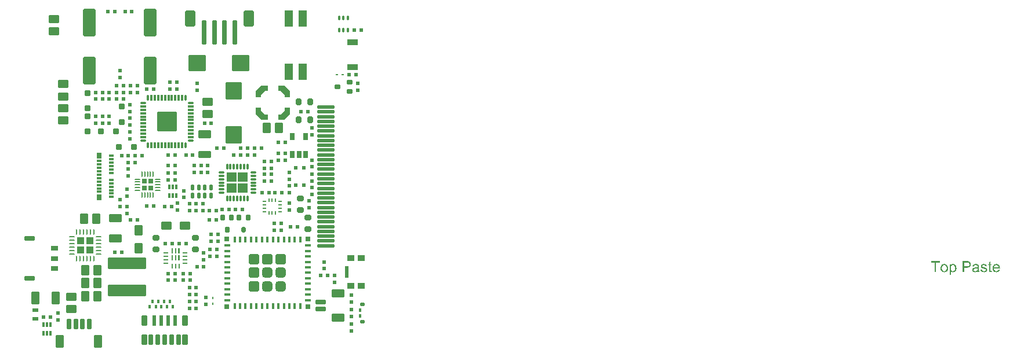
<source format=gtp>
G04*
G04 #@! TF.GenerationSoftware,Altium Limited,Altium Designer,20.0.13 (296)*
G04*
G04 Layer_Color=8421504*
%FSLAX42Y42*%
%MOMM*%
G71*
G01*
G75*
%ADD10R,1.10X1.10*%
%ADD11R,1.10X1.10*%
%ADD12R,0.70X0.70*%
%ADD13R,0.70X0.70*%
G04:AMPARAMS|DCode=14|XSize=1.1mm|YSize=0.6mm|CornerRadius=0.06mm|HoleSize=0mm|Usage=FLASHONLY|Rotation=0.000|XOffset=0mm|YOffset=0mm|HoleType=Round|Shape=RoundedRectangle|*
%AMROUNDEDRECTD14*
21,1,1.10,0.48,0,0,0.0*
21,1,0.98,0.60,0,0,0.0*
1,1,0.12,0.49,-0.24*
1,1,0.12,-0.49,-0.24*
1,1,0.12,-0.49,0.24*
1,1,0.12,0.49,0.24*
%
%ADD14ROUNDEDRECTD14*%
G04:AMPARAMS|DCode=15|XSize=0.6mm|YSize=1.5mm|CornerRadius=0.06mm|HoleSize=0mm|Usage=FLASHONLY|Rotation=270.000|XOffset=0mm|YOffset=0mm|HoleType=Round|Shape=RoundedRectangle|*
%AMROUNDEDRECTD15*
21,1,0.60,1.38,0,0,270.0*
21,1,0.48,1.50,0,0,270.0*
1,1,0.12,-0.69,-0.24*
1,1,0.12,-0.69,0.24*
1,1,0.12,0.69,0.24*
1,1,0.12,0.69,-0.24*
%
%ADD15ROUNDEDRECTD15*%
G04:AMPARAMS|DCode=16|XSize=0.67mm|YSize=0.3mm|CornerRadius=0.03mm|HoleSize=0mm|Usage=FLASHONLY|Rotation=90.000|XOffset=0mm|YOffset=0mm|HoleType=Round|Shape=RoundedRectangle|*
%AMROUNDEDRECTD16*
21,1,0.67,0.24,0,0,90.0*
21,1,0.61,0.30,0,0,90.0*
1,1,0.06,0.12,0.31*
1,1,0.06,0.12,-0.31*
1,1,0.06,-0.12,-0.31*
1,1,0.06,-0.12,0.31*
%
%ADD16ROUNDEDRECTD16*%
G04:AMPARAMS|DCode=17|XSize=0.55mm|YSize=0.4mm|CornerRadius=0.04mm|HoleSize=0mm|Usage=FLASHONLY|Rotation=270.000|XOffset=0mm|YOffset=0mm|HoleType=Round|Shape=RoundedRectangle|*
%AMROUNDEDRECTD17*
21,1,0.55,0.32,0,0,270.0*
21,1,0.47,0.40,0,0,270.0*
1,1,0.08,-0.16,-0.23*
1,1,0.08,-0.16,0.23*
1,1,0.08,0.16,0.23*
1,1,0.08,0.16,-0.23*
%
%ADD17ROUNDEDRECTD17*%
G04:AMPARAMS|DCode=18|XSize=0.65mm|YSize=0.5mm|CornerRadius=0.05mm|HoleSize=0mm|Usage=FLASHONLY|Rotation=180.000|XOffset=0mm|YOffset=0mm|HoleType=Round|Shape=RoundedRectangle|*
%AMROUNDEDRECTD18*
21,1,0.65,0.40,0,0,180.0*
21,1,0.55,0.50,0,0,180.0*
1,1,0.10,-0.28,0.20*
1,1,0.10,0.28,0.20*
1,1,0.10,0.28,-0.20*
1,1,0.10,-0.28,-0.20*
%
%ADD18ROUNDEDRECTD18*%
G04:AMPARAMS|DCode=19|XSize=0.5mm|YSize=0.55mm|CornerRadius=0.09mm|HoleSize=0mm|Usage=FLASHONLY|Rotation=270.000|XOffset=0mm|YOffset=0mm|HoleType=Round|Shape=RoundedRectangle|*
%AMROUNDEDRECTD19*
21,1,0.50,0.38,0,0,270.0*
21,1,0.33,0.55,0,0,270.0*
1,1,0.18,-0.19,-0.16*
1,1,0.18,-0.19,0.16*
1,1,0.18,0.19,0.16*
1,1,0.18,0.19,-0.16*
%
%ADD19ROUNDEDRECTD19*%
G04:AMPARAMS|DCode=20|XSize=0.5mm|YSize=0.55mm|CornerRadius=0.09mm|HoleSize=0mm|Usage=FLASHONLY|Rotation=0.000|XOffset=0mm|YOffset=0mm|HoleType=Round|Shape=RoundedRectangle|*
%AMROUNDEDRECTD20*
21,1,0.50,0.38,0,0,0.0*
21,1,0.33,0.55,0,0,0.0*
1,1,0.18,0.16,-0.19*
1,1,0.18,-0.16,-0.19*
1,1,0.18,-0.16,0.19*
1,1,0.18,0.16,0.19*
%
%ADD20ROUNDEDRECTD20*%
G04:AMPARAMS|DCode=21|XSize=1.15mm|YSize=1.45mm|CornerRadius=0.09mm|HoleSize=0mm|Usage=FLASHONLY|Rotation=270.000|XOffset=0mm|YOffset=0mm|HoleType=Round|Shape=RoundedRectangle|*
%AMROUNDEDRECTD21*
21,1,1.15,1.28,0,0,270.0*
21,1,0.98,1.45,0,0,270.0*
1,1,0.17,-0.64,-0.49*
1,1,0.17,-0.64,0.49*
1,1,0.17,0.64,0.49*
1,1,0.17,0.64,-0.49*
%
%ADD21ROUNDEDRECTD21*%
G04:AMPARAMS|DCode=22|XSize=4mm|YSize=1.8mm|CornerRadius=0.18mm|HoleSize=0mm|Usage=FLASHONLY|Rotation=90.000|XOffset=0mm|YOffset=0mm|HoleType=Round|Shape=RoundedRectangle|*
%AMROUNDEDRECTD22*
21,1,4.00,1.44,0,0,90.0*
21,1,3.64,1.80,0,0,90.0*
1,1,0.36,0.72,1.82*
1,1,0.36,0.72,-1.82*
1,1,0.36,-0.72,-1.82*
1,1,0.36,-0.72,1.82*
%
%ADD22ROUNDEDRECTD22*%
G04:AMPARAMS|DCode=23|XSize=3.5mm|YSize=0.7mm|CornerRadius=0.07mm|HoleSize=0mm|Usage=FLASHONLY|Rotation=270.000|XOffset=0mm|YOffset=0mm|HoleType=Round|Shape=RoundedRectangle|*
%AMROUNDEDRECTD23*
21,1,3.50,0.56,0,0,270.0*
21,1,3.36,0.70,0,0,270.0*
1,1,0.14,-0.28,-1.68*
1,1,0.14,-0.28,1.68*
1,1,0.14,0.28,1.68*
1,1,0.14,0.28,-1.68*
%
%ADD23ROUNDEDRECTD23*%
G04:AMPARAMS|DCode=24|XSize=1.5mm|YSize=2.3mm|CornerRadius=0.15mm|HoleSize=0mm|Usage=FLASHONLY|Rotation=180.000|XOffset=0mm|YOffset=0mm|HoleType=Round|Shape=RoundedRectangle|*
%AMROUNDEDRECTD24*
21,1,1.50,2.00,0,0,180.0*
21,1,1.20,2.30,0,0,180.0*
1,1,0.30,-0.60,1.00*
1,1,0.30,0.60,1.00*
1,1,0.30,0.60,-1.00*
1,1,0.30,-0.60,-1.00*
%
%ADD24ROUNDEDRECTD24*%
G04:AMPARAMS|DCode=25|XSize=2.6mm|YSize=2.4mm|CornerRadius=0.24mm|HoleSize=0mm|Usage=FLASHONLY|Rotation=180.000|XOffset=0mm|YOffset=0mm|HoleType=Round|Shape=RoundedRectangle|*
%AMROUNDEDRECTD25*
21,1,2.60,1.92,0,0,180.0*
21,1,2.12,2.40,0,0,180.0*
1,1,0.48,-1.06,0.96*
1,1,0.48,1.06,0.96*
1,1,0.48,1.06,-0.96*
1,1,0.48,-1.06,-0.96*
%
%ADD25ROUNDEDRECTD25*%
G04:AMPARAMS|DCode=26|XSize=0.8mm|YSize=0.8mm|CornerRadius=0.08mm|HoleSize=0mm|Usage=FLASHONLY|Rotation=270.000|XOffset=0mm|YOffset=0mm|HoleType=Round|Shape=RoundedRectangle|*
%AMROUNDEDRECTD26*
21,1,0.80,0.64,0,0,270.0*
21,1,0.64,0.80,0,0,270.0*
1,1,0.16,-0.32,-0.32*
1,1,0.16,-0.32,0.32*
1,1,0.16,0.32,0.32*
1,1,0.16,0.32,-0.32*
%
%ADD26ROUNDEDRECTD26*%
G04:AMPARAMS|DCode=27|XSize=0.8mm|YSize=0.8mm|CornerRadius=0.08mm|HoleSize=0mm|Usage=FLASHONLY|Rotation=0.000|XOffset=0mm|YOffset=0mm|HoleType=Round|Shape=RoundedRectangle|*
%AMROUNDEDRECTD27*
21,1,0.80,0.64,0,0,0.0*
21,1,0.64,0.80,0,0,0.0*
1,1,0.16,0.32,-0.32*
1,1,0.16,-0.32,-0.32*
1,1,0.16,-0.32,0.32*
1,1,0.16,0.32,0.32*
%
%ADD27ROUNDEDRECTD27*%
G04:AMPARAMS|DCode=28|XSize=0.3mm|YSize=0.7mm|CornerRadius=0.03mm|HoleSize=0mm|Usage=FLASHONLY|Rotation=270.000|XOffset=0mm|YOffset=0mm|HoleType=Round|Shape=RoundedRectangle|*
%AMROUNDEDRECTD28*
21,1,0.30,0.64,0,0,270.0*
21,1,0.24,0.70,0,0,270.0*
1,1,0.06,-0.32,-0.12*
1,1,0.06,-0.32,0.12*
1,1,0.06,0.32,0.12*
1,1,0.06,0.32,-0.12*
%
%ADD28ROUNDEDRECTD28*%
G04:AMPARAMS|DCode=29|XSize=0.9mm|YSize=0.7mm|CornerRadius=0.07mm|HoleSize=0mm|Usage=FLASHONLY|Rotation=270.000|XOffset=0mm|YOffset=0mm|HoleType=Round|Shape=RoundedRectangle|*
%AMROUNDEDRECTD29*
21,1,0.90,0.56,0,0,270.0*
21,1,0.76,0.70,0,0,270.0*
1,1,0.14,-0.28,-0.38*
1,1,0.14,-0.28,0.38*
1,1,0.14,0.28,0.38*
1,1,0.14,0.28,-0.38*
%
%ADD29ROUNDEDRECTD29*%
G04:AMPARAMS|DCode=30|XSize=0.28mm|YSize=0.85mm|CornerRadius=0.07mm|HoleSize=0mm|Usage=FLASHONLY|Rotation=0.000|XOffset=0mm|YOffset=0mm|HoleType=Round|Shape=RoundedRectangle|*
%AMROUNDEDRECTD30*
21,1,0.28,0.71,0,0,0.0*
21,1,0.14,0.85,0,0,0.0*
1,1,0.14,0.07,-0.36*
1,1,0.14,-0.07,-0.36*
1,1,0.14,-0.07,0.36*
1,1,0.14,0.07,0.36*
%
%ADD30ROUNDEDRECTD30*%
G04:AMPARAMS|DCode=31|XSize=0.28mm|YSize=0.9mm|CornerRadius=0.07mm|HoleSize=0mm|Usage=FLASHONLY|Rotation=0.000|XOffset=0mm|YOffset=0mm|HoleType=Round|Shape=RoundedRectangle|*
%AMROUNDEDRECTD31*
21,1,0.28,0.76,0,0,0.0*
21,1,0.14,0.90,0,0,0.0*
1,1,0.14,0.07,-0.38*
1,1,0.14,-0.07,-0.38*
1,1,0.14,-0.07,0.38*
1,1,0.14,0.07,0.38*
%
%ADD31ROUNDEDRECTD31*%
G04:AMPARAMS|DCode=32|XSize=0.28mm|YSize=0.85mm|CornerRadius=0.07mm|HoleSize=0mm|Usage=FLASHONLY|Rotation=270.000|XOffset=0mm|YOffset=0mm|HoleType=Round|Shape=RoundedRectangle|*
%AMROUNDEDRECTD32*
21,1,0.28,0.71,0,0,270.0*
21,1,0.14,0.85,0,0,270.0*
1,1,0.14,-0.36,-0.07*
1,1,0.14,-0.36,0.07*
1,1,0.14,0.36,0.07*
1,1,0.14,0.36,-0.07*
%
%ADD32ROUNDEDRECTD32*%
G04:AMPARAMS|DCode=33|XSize=0.28mm|YSize=0.9mm|CornerRadius=0.07mm|HoleSize=0mm|Usage=FLASHONLY|Rotation=270.000|XOffset=0mm|YOffset=0mm|HoleType=Round|Shape=RoundedRectangle|*
%AMROUNDEDRECTD33*
21,1,0.28,0.76,0,0,270.0*
21,1,0.14,0.90,0,0,270.0*
1,1,0.14,-0.38,-0.07*
1,1,0.14,-0.38,0.07*
1,1,0.14,0.38,0.07*
1,1,0.14,0.38,-0.07*
%
%ADD33ROUNDEDRECTD33*%
G04:AMPARAMS|DCode=34|XSize=2.8mm|YSize=2.8mm|CornerRadius=0.07mm|HoleSize=0mm|Usage=FLASHONLY|Rotation=270.000|XOffset=0mm|YOffset=0mm|HoleType=Round|Shape=RoundedRectangle|*
%AMROUNDEDRECTD34*
21,1,2.80,2.66,0,0,270.0*
21,1,2.66,2.80,0,0,270.0*
1,1,0.14,-1.33,-1.33*
1,1,0.14,-1.33,1.33*
1,1,0.14,1.33,1.33*
1,1,0.14,1.33,-1.33*
%
%ADD34ROUNDEDRECTD34*%
G04:AMPARAMS|DCode=35|XSize=1.15mm|YSize=1.8mm|CornerRadius=0.12mm|HoleSize=0mm|Usage=FLASHONLY|Rotation=90.000|XOffset=0mm|YOffset=0mm|HoleType=Round|Shape=RoundedRectangle|*
%AMROUNDEDRECTD35*
21,1,1.15,1.57,0,0,90.0*
21,1,0.92,1.80,0,0,90.0*
1,1,0.23,0.79,0.46*
1,1,0.23,0.79,-0.46*
1,1,0.23,-0.79,-0.46*
1,1,0.23,-0.79,0.46*
%
%ADD35ROUNDEDRECTD35*%
G04:AMPARAMS|DCode=36|XSize=1.1mm|YSize=1.8mm|CornerRadius=0.11mm|HoleSize=0mm|Usage=FLASHONLY|Rotation=90.000|XOffset=0mm|YOffset=0mm|HoleType=Round|Shape=RoundedRectangle|*
%AMROUNDEDRECTD36*
21,1,1.10,1.58,0,0,90.0*
21,1,0.88,1.80,0,0,90.0*
1,1,0.22,0.79,0.44*
1,1,0.22,0.79,-0.44*
1,1,0.22,-0.79,-0.44*
1,1,0.22,-0.79,0.44*
%
%ADD36ROUNDEDRECTD36*%
G04:AMPARAMS|DCode=37|XSize=2.6mm|YSize=2.4mm|CornerRadius=0.24mm|HoleSize=0mm|Usage=FLASHONLY|Rotation=270.000|XOffset=0mm|YOffset=0mm|HoleType=Round|Shape=RoundedRectangle|*
%AMROUNDEDRECTD37*
21,1,2.60,1.92,0,0,270.0*
21,1,2.12,2.40,0,0,270.0*
1,1,0.48,-0.96,-1.06*
1,1,0.48,-0.96,1.06*
1,1,0.48,0.96,1.06*
1,1,0.48,0.96,-1.06*
%
%ADD37ROUNDEDRECTD37*%
G04:AMPARAMS|DCode=38|XSize=0.75mm|YSize=0.75mm|CornerRadius=0.08mm|HoleSize=0mm|Usage=FLASHONLY|Rotation=0.000|XOffset=0mm|YOffset=0mm|HoleType=Round|Shape=RoundedRectangle|*
%AMROUNDEDRECTD38*
21,1,0.75,0.60,0,0,0.0*
21,1,0.60,0.75,0,0,0.0*
1,1,0.15,0.30,-0.30*
1,1,0.15,-0.30,-0.30*
1,1,0.15,-0.30,0.30*
1,1,0.15,0.30,0.30*
%
%ADD38ROUNDEDRECTD38*%
G04:AMPARAMS|DCode=39|XSize=1.15mm|YSize=1.45mm|CornerRadius=0.09mm|HoleSize=0mm|Usage=FLASHONLY|Rotation=180.000|XOffset=0mm|YOffset=0mm|HoleType=Round|Shape=RoundedRectangle|*
%AMROUNDEDRECTD39*
21,1,1.15,1.28,0,0,180.0*
21,1,0.98,1.45,0,0,180.0*
1,1,0.17,-0.49,0.64*
1,1,0.17,0.49,0.64*
1,1,0.17,0.49,-0.64*
1,1,0.17,-0.49,-0.64*
%
%ADD39ROUNDEDRECTD39*%
G04:AMPARAMS|DCode=40|XSize=1.25mm|YSize=2.4mm|CornerRadius=0.13mm|HoleSize=0mm|Usage=FLASHONLY|Rotation=0.000|XOffset=0mm|YOffset=0mm|HoleType=Round|Shape=RoundedRectangle|*
%AMROUNDEDRECTD40*
21,1,1.25,2.15,0,0,0.0*
21,1,1.00,2.40,0,0,0.0*
1,1,0.25,0.50,-1.08*
1,1,0.25,-0.50,-1.08*
1,1,0.25,-0.50,1.08*
1,1,0.25,0.50,1.08*
%
%ADD40ROUNDEDRECTD40*%
G04:AMPARAMS|DCode=41|XSize=0.8mm|YSize=0.99mm|CornerRadius=0.14mm|HoleSize=0mm|Usage=FLASHONLY|Rotation=180.000|XOffset=0mm|YOffset=0mm|HoleType=Round|Shape=RoundedRectangle|*
%AMROUNDEDRECTD41*
21,1,0.80,0.71,0,0,180.0*
21,1,0.52,0.99,0,0,180.0*
1,1,0.28,-0.26,0.36*
1,1,0.28,0.26,0.36*
1,1,0.28,0.26,-0.36*
1,1,0.28,-0.26,-0.36*
%
%ADD41ROUNDEDRECTD41*%
G04:AMPARAMS|DCode=42|XSize=0.45mm|YSize=2.5mm|CornerRadius=0.05mm|HoleSize=0mm|Usage=FLASHONLY|Rotation=90.000|XOffset=0mm|YOffset=0mm|HoleType=Round|Shape=RoundedRectangle|*
%AMROUNDEDRECTD42*
21,1,0.45,2.41,0,0,90.0*
21,1,0.36,2.50,0,0,90.0*
1,1,0.09,1.21,0.18*
1,1,0.09,1.21,-0.18*
1,1,0.09,-1.21,-0.18*
1,1,0.09,-1.21,0.18*
%
%ADD42ROUNDEDRECTD42*%
G04:AMPARAMS|DCode=43|XSize=0.6mm|YSize=0.8mm|CornerRadius=0.06mm|HoleSize=0mm|Usage=FLASHONLY|Rotation=90.000|XOffset=0mm|YOffset=0mm|HoleType=Round|Shape=RoundedRectangle|*
%AMROUNDEDRECTD43*
21,1,0.60,0.68,0,0,90.0*
21,1,0.48,0.80,0,0,90.0*
1,1,0.12,0.34,0.24*
1,1,0.12,0.34,-0.24*
1,1,0.12,-0.34,-0.24*
1,1,0.12,-0.34,0.24*
%
%ADD43ROUNDEDRECTD43*%
G04:AMPARAMS|DCode=44|XSize=0.25mm|YSize=0.36mm|CornerRadius=0.03mm|HoleSize=0mm|Usage=FLASHONLY|Rotation=270.000|XOffset=0mm|YOffset=0mm|HoleType=Round|Shape=RoundedRectangle|*
%AMROUNDEDRECTD44*
21,1,0.25,0.31,0,0,270.0*
21,1,0.20,0.36,0,0,270.0*
1,1,0.05,-0.16,-0.10*
1,1,0.05,-0.16,0.10*
1,1,0.05,0.16,0.10*
1,1,0.05,0.16,-0.10*
%
%ADD44ROUNDEDRECTD44*%
G04:AMPARAMS|DCode=45|XSize=0.8mm|YSize=1.6mm|CornerRadius=0.08mm|HoleSize=0mm|Usage=FLASHONLY|Rotation=90.000|XOffset=0mm|YOffset=0mm|HoleType=Round|Shape=RoundedRectangle|*
%AMROUNDEDRECTD45*
21,1,0.80,1.44,0,0,90.0*
21,1,0.64,1.60,0,0,90.0*
1,1,0.16,0.72,0.32*
1,1,0.16,0.72,-0.32*
1,1,0.16,-0.72,-0.32*
1,1,0.16,-0.72,0.32*
%
%ADD45ROUNDEDRECTD45*%
G04:AMPARAMS|DCode=46|XSize=0.3mm|YSize=0.66mm|CornerRadius=0.05mm|HoleSize=0mm|Usage=FLASHONLY|Rotation=180.000|XOffset=0mm|YOffset=0mm|HoleType=Round|Shape=RoundedRectangle|*
%AMROUNDEDRECTD46*
21,1,0.30,0.57,0,0,180.0*
21,1,0.21,0.66,0,0,180.0*
1,1,0.09,-0.11,0.28*
1,1,0.09,0.11,0.28*
1,1,0.09,0.11,-0.28*
1,1,0.09,-0.11,-0.28*
%
%ADD46ROUNDEDRECTD46*%
G04:AMPARAMS|DCode=47|XSize=1.1mm|YSize=0.6mm|CornerRadius=0.06mm|HoleSize=0mm|Usage=FLASHONLY|Rotation=90.000|XOffset=0mm|YOffset=0mm|HoleType=Round|Shape=RoundedRectangle|*
%AMROUNDEDRECTD47*
21,1,1.10,0.48,0,0,90.0*
21,1,0.98,0.60,0,0,90.0*
1,1,0.12,0.24,0.49*
1,1,0.12,0.24,-0.49*
1,1,0.12,-0.24,-0.49*
1,1,0.12,-0.24,0.49*
%
%ADD47ROUNDEDRECTD47*%
G04:AMPARAMS|DCode=48|XSize=1.55mm|YSize=0.6mm|CornerRadius=0.06mm|HoleSize=0mm|Usage=FLASHONLY|Rotation=180.000|XOffset=0mm|YOffset=0mm|HoleType=Round|Shape=RoundedRectangle|*
%AMROUNDEDRECTD48*
21,1,1.55,0.48,0,0,180.0*
21,1,1.43,0.60,0,0,180.0*
1,1,0.12,-0.72,0.24*
1,1,0.12,0.72,0.24*
1,1,0.12,0.72,-0.24*
1,1,0.12,-0.72,-0.24*
%
%ADD48ROUNDEDRECTD48*%
G04:AMPARAMS|DCode=49|XSize=1.8mm|YSize=1.2mm|CornerRadius=0.12mm|HoleSize=0mm|Usage=FLASHONLY|Rotation=180.000|XOffset=0mm|YOffset=0mm|HoleType=Round|Shape=RoundedRectangle|*
%AMROUNDEDRECTD49*
21,1,1.80,0.96,0,0,180.0*
21,1,1.56,1.20,0,0,180.0*
1,1,0.24,-0.78,0.48*
1,1,0.24,0.78,0.48*
1,1,0.24,0.78,-0.48*
1,1,0.24,-0.78,-0.48*
%
%ADD49ROUNDEDRECTD49*%
G04:AMPARAMS|DCode=50|XSize=1mm|YSize=0.9mm|CornerRadius=0.09mm|HoleSize=0mm|Usage=FLASHONLY|Rotation=180.000|XOffset=0mm|YOffset=0mm|HoleType=Round|Shape=RoundedRectangle|*
%AMROUNDEDRECTD50*
21,1,1.00,0.72,0,0,180.0*
21,1,0.82,0.90,0,0,180.0*
1,1,0.18,-0.41,0.36*
1,1,0.18,0.41,0.36*
1,1,0.18,0.41,-0.36*
1,1,0.18,-0.41,-0.36*
%
%ADD50ROUNDEDRECTD50*%
G04:AMPARAMS|DCode=51|XSize=1.7mm|YSize=0.55mm|CornerRadius=0.06mm|HoleSize=0mm|Usage=FLASHONLY|Rotation=90.000|XOffset=0mm|YOffset=0mm|HoleType=Round|Shape=RoundedRectangle|*
%AMROUNDEDRECTD51*
21,1,1.70,0.44,0,0,90.0*
21,1,1.59,0.55,0,0,90.0*
1,1,0.11,0.22,0.80*
1,1,0.11,0.22,-0.80*
1,1,0.11,-0.22,-0.80*
1,1,0.11,-0.22,0.80*
%
%ADD51ROUNDEDRECTD51*%
G04:AMPARAMS|DCode=52|XSize=0.8mm|YSize=0.99mm|CornerRadius=0.14mm|HoleSize=0mm|Usage=FLASHONLY|Rotation=90.000|XOffset=0mm|YOffset=0mm|HoleType=Round|Shape=RoundedRectangle|*
%AMROUNDEDRECTD52*
21,1,0.80,0.71,0,0,90.0*
21,1,0.52,0.99,0,0,90.0*
1,1,0.28,0.36,0.26*
1,1,0.28,0.36,-0.26*
1,1,0.28,-0.36,-0.26*
1,1,0.28,-0.36,0.26*
%
%ADD52ROUNDEDRECTD52*%
G04:AMPARAMS|DCode=53|XSize=0.48mm|YSize=0.25mm|CornerRadius=0.03mm|HoleSize=0mm|Usage=FLASHONLY|Rotation=180.000|XOffset=0mm|YOffset=0mm|HoleType=Round|Shape=RoundedRectangle|*
%AMROUNDEDRECTD53*
21,1,0.48,0.20,0,0,180.0*
21,1,0.43,0.25,0,0,180.0*
1,1,0.05,-0.21,0.10*
1,1,0.05,0.21,0.10*
1,1,0.05,0.21,-0.10*
1,1,0.05,-0.21,-0.10*
%
%ADD53ROUNDEDRECTD53*%
G04:AMPARAMS|DCode=54|XSize=0.48mm|YSize=0.25mm|CornerRadius=0.03mm|HoleSize=0mm|Usage=FLASHONLY|Rotation=270.000|XOffset=0mm|YOffset=0mm|HoleType=Round|Shape=RoundedRectangle|*
%AMROUNDEDRECTD54*
21,1,0.48,0.20,0,0,270.0*
21,1,0.43,0.25,0,0,270.0*
1,1,0.05,-0.10,-0.21*
1,1,0.05,-0.10,0.21*
1,1,0.05,0.10,0.21*
1,1,0.05,0.10,-0.21*
%
%ADD54ROUNDEDRECTD54*%
G04:AMPARAMS|DCode=55|XSize=0.55mm|YSize=0.57mm|CornerRadius=0.06mm|HoleSize=0mm|Usage=FLASHONLY|Rotation=270.000|XOffset=0mm|YOffset=0mm|HoleType=Round|Shape=RoundedRectangle|*
%AMROUNDEDRECTD55*
21,1,0.55,0.46,0,0,270.0*
21,1,0.44,0.57,0,0,270.0*
1,1,0.11,-0.23,-0.22*
1,1,0.11,-0.23,0.22*
1,1,0.11,0.23,0.22*
1,1,0.11,0.23,-0.22*
%
%ADD55ROUNDEDRECTD55*%
G04:AMPARAMS|DCode=56|XSize=0.3mm|YSize=0.9mm|CornerRadius=0.15mm|HoleSize=0mm|Usage=FLASHONLY|Rotation=90.000|XOffset=0mm|YOffset=0mm|HoleType=Round|Shape=RoundedRectangle|*
%AMROUNDEDRECTD56*
21,1,0.30,0.60,0,0,90.0*
21,1,0.00,0.90,0,0,90.0*
1,1,0.30,0.30,0.00*
1,1,0.30,0.30,0.00*
1,1,0.30,-0.30,0.00*
1,1,0.30,-0.30,0.00*
%
%ADD56ROUNDEDRECTD56*%
G04:AMPARAMS|DCode=57|XSize=0.3mm|YSize=0.9mm|CornerRadius=0.15mm|HoleSize=0mm|Usage=FLASHONLY|Rotation=0.000|XOffset=0mm|YOffset=0mm|HoleType=Round|Shape=RoundedRectangle|*
%AMROUNDEDRECTD57*
21,1,0.30,0.60,0,0,0.0*
21,1,0.00,0.90,0,0,0.0*
1,1,0.30,0.00,-0.30*
1,1,0.30,0.00,-0.30*
1,1,0.30,0.00,0.30*
1,1,0.30,0.00,0.30*
%
%ADD57ROUNDEDRECTD57*%
G04:AMPARAMS|DCode=58|XSize=0.5mm|YSize=0.8mm|CornerRadius=0.05mm|HoleSize=0mm|Usage=FLASHONLY|Rotation=0.000|XOffset=0mm|YOffset=0mm|HoleType=Round|Shape=RoundedRectangle|*
%AMROUNDEDRECTD58*
21,1,0.50,0.70,0,0,0.0*
21,1,0.40,0.80,0,0,0.0*
1,1,0.10,0.20,-0.35*
1,1,0.10,-0.20,-0.35*
1,1,0.10,-0.20,0.35*
1,1,0.10,0.20,0.35*
%
%ADD58ROUNDEDRECTD58*%
G04:AMPARAMS|DCode=59|XSize=1.5mm|YSize=1.2mm|CornerRadius=0.12mm|HoleSize=0mm|Usage=FLASHONLY|Rotation=90.000|XOffset=0mm|YOffset=0mm|HoleType=Round|Shape=RoundedRectangle|*
%AMROUNDEDRECTD59*
21,1,1.50,0.96,0,0,90.0*
21,1,1.26,1.20,0,0,90.0*
1,1,0.24,0.48,0.63*
1,1,0.24,0.48,-0.63*
1,1,0.24,-0.48,-0.63*
1,1,0.24,-0.48,0.63*
%
%ADD59ROUNDEDRECTD59*%
G04:AMPARAMS|DCode=60|XSize=1.7mm|YSize=5.6mm|CornerRadius=0.17mm|HoleSize=0mm|Usage=FLASHONLY|Rotation=270.000|XOffset=0mm|YOffset=0mm|HoleType=Round|Shape=RoundedRectangle|*
%AMROUNDEDRECTD60*
21,1,1.70,5.26,0,0,270.0*
21,1,1.36,5.60,0,0,270.0*
1,1,0.34,-2.63,-0.68*
1,1,0.34,-2.63,0.68*
1,1,0.34,2.63,0.68*
1,1,0.34,2.63,-0.68*
%
%ADD60ROUNDEDRECTD60*%
G04:AMPARAMS|DCode=61|XSize=0.3mm|YSize=0.5mm|CornerRadius=0.03mm|HoleSize=0mm|Usage=FLASHONLY|Rotation=180.000|XOffset=0mm|YOffset=0mm|HoleType=Round|Shape=RoundedRectangle|*
%AMROUNDEDRECTD61*
21,1,0.30,0.44,0,0,180.0*
21,1,0.24,0.50,0,0,180.0*
1,1,0.06,-0.12,0.22*
1,1,0.06,0.12,0.22*
1,1,0.06,0.12,-0.22*
1,1,0.06,-0.12,-0.22*
%
%ADD61ROUNDEDRECTD61*%
G04:AMPARAMS|DCode=62|XSize=0.77mm|YSize=0.23mm|CornerRadius=0.12mm|HoleSize=0mm|Usage=FLASHONLY|Rotation=0.000|XOffset=0mm|YOffset=0mm|HoleType=Round|Shape=RoundedRectangle|*
%AMROUNDEDRECTD62*
21,1,0.77,0.00,0,0,0.0*
21,1,0.54,0.23,0,0,0.0*
1,1,0.23,0.27,0.00*
1,1,0.23,-0.27,0.00*
1,1,0.23,-0.27,0.00*
1,1,0.23,0.27,0.00*
%
%ADD62ROUNDEDRECTD62*%
G04:AMPARAMS|DCode=63|XSize=0.77mm|YSize=0.23mm|CornerRadius=0.12mm|HoleSize=0mm|Usage=FLASHONLY|Rotation=270.000|XOffset=0mm|YOffset=0mm|HoleType=Round|Shape=RoundedRectangle|*
%AMROUNDEDRECTD63*
21,1,0.77,0.00,0,0,270.0*
21,1,0.54,0.23,0,0,270.0*
1,1,0.23,0.00,-0.27*
1,1,0.23,0.00,0.27*
1,1,0.23,0.00,0.27*
1,1,0.23,0.00,-0.27*
%
%ADD63ROUNDEDRECTD63*%
G04:AMPARAMS|DCode=64|XSize=1.15mm|YSize=1.8mm|CornerRadius=0.12mm|HoleSize=0mm|Usage=FLASHONLY|Rotation=180.000|XOffset=0mm|YOffset=0mm|HoleType=Round|Shape=RoundedRectangle|*
%AMROUNDEDRECTD64*
21,1,1.15,1.57,0,0,180.0*
21,1,0.92,1.80,0,0,180.0*
1,1,0.23,-0.46,0.79*
1,1,0.23,0.46,0.79*
1,1,0.23,0.46,-0.79*
1,1,0.23,-0.46,-0.79*
%
%ADD64ROUNDEDRECTD64*%
G04:AMPARAMS|DCode=65|XSize=0.55mm|YSize=0.8mm|CornerRadius=0.06mm|HoleSize=0mm|Usage=FLASHONLY|Rotation=270.000|XOffset=0mm|YOffset=0mm|HoleType=Round|Shape=RoundedRectangle|*
%AMROUNDEDRECTD65*
21,1,0.55,0.69,0,0,270.0*
21,1,0.44,0.80,0,0,270.0*
1,1,0.11,-0.35,-0.22*
1,1,0.11,-0.35,0.22*
1,1,0.11,0.35,0.22*
1,1,0.11,0.35,-0.22*
%
%ADD65ROUNDEDRECTD65*%
G04:AMPARAMS|DCode=66|XSize=1.55mm|YSize=0.6mm|CornerRadius=0.06mm|HoleSize=0mm|Usage=FLASHONLY|Rotation=90.000|XOffset=0mm|YOffset=0mm|HoleType=Round|Shape=RoundedRectangle|*
%AMROUNDEDRECTD66*
21,1,1.55,0.48,0,0,90.0*
21,1,1.43,0.60,0,0,90.0*
1,1,0.12,0.24,0.72*
1,1,0.12,0.24,-0.72*
1,1,0.12,-0.24,-0.72*
1,1,0.12,-0.24,0.72*
%
%ADD66ROUNDEDRECTD66*%
G04:AMPARAMS|DCode=67|XSize=1.2mm|YSize=1.8mm|CornerRadius=0.12mm|HoleSize=0mm|Usage=FLASHONLY|Rotation=0.000|XOffset=0mm|YOffset=0mm|HoleType=Round|Shape=RoundedRectangle|*
%AMROUNDEDRECTD67*
21,1,1.20,1.56,0,0,0.0*
21,1,0.96,1.80,0,0,0.0*
1,1,0.24,0.48,-0.78*
1,1,0.24,-0.48,-0.78*
1,1,0.24,-0.48,0.78*
1,1,0.24,0.48,0.78*
%
%ADD67ROUNDEDRECTD67*%
G04:AMPARAMS|DCode=68|XSize=0.6mm|YSize=0.24mm|CornerRadius=0.04mm|HoleSize=0mm|Usage=FLASHONLY|Rotation=0.000|XOffset=0mm|YOffset=0mm|HoleType=Round|Shape=RoundedRectangle|*
%AMROUNDEDRECTD68*
21,1,0.60,0.17,0,0,0.0*
21,1,0.53,0.24,0,0,0.0*
1,1,0.07,0.26,-0.08*
1,1,0.07,-0.26,-0.08*
1,1,0.07,-0.26,0.08*
1,1,0.07,0.26,0.08*
%
%ADD68ROUNDEDRECTD68*%
G04:AMPARAMS|DCode=69|XSize=0.6mm|YSize=0.24mm|CornerRadius=0.04mm|HoleSize=0mm|Usage=FLASHONLY|Rotation=90.000|XOffset=0mm|YOffset=0mm|HoleType=Round|Shape=RoundedRectangle|*
%AMROUNDEDRECTD69*
21,1,0.60,0.17,0,0,90.0*
21,1,0.53,0.24,0,0,90.0*
1,1,0.07,0.08,0.26*
1,1,0.07,0.08,-0.26*
1,1,0.07,-0.08,-0.26*
1,1,0.07,-0.08,0.26*
%
%ADD69ROUNDEDRECTD69*%
G04:AMPARAMS|DCode=70|XSize=0.7mm|YSize=0.7mm|CornerRadius=0.07mm|HoleSize=0mm|Usage=FLASHONLY|Rotation=270.000|XOffset=0mm|YOffset=0mm|HoleType=Round|Shape=RoundedRectangle|*
%AMROUNDEDRECTD70*
21,1,0.70,0.56,0,0,270.0*
21,1,0.56,0.70,0,0,270.0*
1,1,0.14,-0.28,-0.28*
1,1,0.14,-0.28,0.28*
1,1,0.14,0.28,0.28*
1,1,0.14,0.28,-0.28*
%
%ADD70ROUNDEDRECTD70*%
G04:AMPARAMS|DCode=71|XSize=1.45mm|YSize=1.45mm|CornerRadius=0.15mm|HoleSize=0mm|Usage=FLASHONLY|Rotation=270.000|XOffset=0mm|YOffset=0mm|HoleType=Round|Shape=RoundedRectangle|*
%AMROUNDEDRECTD71*
21,1,1.45,1.16,0,0,270.0*
21,1,1.16,1.45,0,0,270.0*
1,1,0.29,-0.58,-0.58*
1,1,0.29,-0.58,0.58*
1,1,0.29,0.58,0.58*
1,1,0.29,0.58,-0.58*
%
%ADD71ROUNDEDRECTD71*%
G04:AMPARAMS|DCode=72|XSize=1.45mm|YSize=1.45mm|CornerRadius=0.29mm|HoleSize=0mm|Usage=FLASHONLY|Rotation=270.000|XOffset=0mm|YOffset=0mm|HoleType=Round|Shape=RoundedRectangle|*
%AMROUNDEDRECTD72*
21,1,1.45,0.87,0,0,270.0*
21,1,0.87,1.45,0,0,270.0*
1,1,0.58,-0.43,-0.43*
1,1,0.58,-0.43,0.43*
1,1,0.58,0.43,0.43*
1,1,0.58,0.43,-0.43*
%
%ADD72ROUNDEDRECTD72*%
G04:AMPARAMS|DCode=73|XSize=0.8mm|YSize=0.4mm|CornerRadius=0.04mm|HoleSize=0mm|Usage=FLASHONLY|Rotation=270.000|XOffset=0mm|YOffset=0mm|HoleType=Round|Shape=RoundedRectangle|*
%AMROUNDEDRECTD73*
21,1,0.80,0.32,0,0,270.0*
21,1,0.72,0.40,0,0,270.0*
1,1,0.08,-0.16,-0.36*
1,1,0.08,-0.16,0.36*
1,1,0.08,0.16,0.36*
1,1,0.08,0.16,-0.36*
%
%ADD73ROUNDEDRECTD73*%
G04:AMPARAMS|DCode=74|XSize=0.8mm|YSize=0.4mm|CornerRadius=0.04mm|HoleSize=0mm|Usage=FLASHONLY|Rotation=180.000|XOffset=0mm|YOffset=0mm|HoleType=Round|Shape=RoundedRectangle|*
%AMROUNDEDRECTD74*
21,1,0.80,0.32,0,0,180.0*
21,1,0.72,0.40,0,0,180.0*
1,1,0.08,-0.36,0.16*
1,1,0.08,0.36,0.16*
1,1,0.08,0.36,-0.16*
1,1,0.08,-0.36,-0.16*
%
%ADD74ROUNDEDRECTD74*%
G04:AMPARAMS|DCode=75|XSize=0.6mm|YSize=0.8mm|CornerRadius=0.06mm|HoleSize=0mm|Usage=FLASHONLY|Rotation=180.000|XOffset=0mm|YOffset=0mm|HoleType=Round|Shape=RoundedRectangle|*
%AMROUNDEDRECTD75*
21,1,0.60,0.68,0,0,180.0*
21,1,0.48,0.80,0,0,180.0*
1,1,0.12,-0.24,0.34*
1,1,0.12,0.24,0.34*
1,1,0.12,0.24,-0.34*
1,1,0.12,-0.24,-0.34*
%
%ADD75ROUNDEDRECTD75*%
G04:AMPARAMS|DCode=76|XSize=0.6mm|YSize=0.8mm|CornerRadius=0.15mm|HoleSize=0mm|Usage=FLASHONLY|Rotation=180.000|XOffset=0mm|YOffset=0mm|HoleType=Round|Shape=RoundedRectangle|*
%AMROUNDEDRECTD76*
21,1,0.60,0.50,0,0,180.0*
21,1,0.30,0.80,0,0,180.0*
1,1,0.30,-0.15,0.25*
1,1,0.30,0.15,0.25*
1,1,0.30,0.15,-0.25*
1,1,0.30,-0.15,-0.25*
%
%ADD76ROUNDEDRECTD76*%
G04:AMPARAMS|DCode=77|XSize=1.5mm|YSize=1.2mm|CornerRadius=0.12mm|HoleSize=0mm|Usage=FLASHONLY|Rotation=0.000|XOffset=0mm|YOffset=0mm|HoleType=Round|Shape=RoundedRectangle|*
%AMROUNDEDRECTD77*
21,1,1.50,0.96,0,0,0.0*
21,1,1.26,1.20,0,0,0.0*
1,1,0.24,0.63,-0.48*
1,1,0.24,-0.63,-0.48*
1,1,0.24,-0.63,0.48*
1,1,0.24,0.63,0.48*
%
%ADD77ROUNDEDRECTD77*%
G04:AMPARAMS|DCode=78|XSize=0.8mm|YSize=0.2mm|CornerRadius=0.1mm|HoleSize=0mm|Usage=FLASHONLY|Rotation=0.000|XOffset=0mm|YOffset=0mm|HoleType=Round|Shape=RoundedRectangle|*
%AMROUNDEDRECTD78*
21,1,0.80,0.00,0,0,0.0*
21,1,0.60,0.20,0,0,0.0*
1,1,0.20,0.30,0.00*
1,1,0.20,-0.30,0.00*
1,1,0.20,-0.30,0.00*
1,1,0.20,0.30,0.00*
%
%ADD78ROUNDEDRECTD78*%
G04:AMPARAMS|DCode=79|XSize=0.2mm|YSize=0.8mm|CornerRadius=0.1mm|HoleSize=0mm|Usage=FLASHONLY|Rotation=0.000|XOffset=0mm|YOffset=0mm|HoleType=Round|Shape=RoundedRectangle|*
%AMROUNDEDRECTD79*
21,1,0.20,0.60,0,0,0.0*
21,1,0.00,0.80,0,0,0.0*
1,1,0.20,0.00,-0.30*
1,1,0.20,0.00,-0.30*
1,1,0.20,0.00,0.30*
1,1,0.20,0.00,0.30*
%
%ADD79ROUNDEDRECTD79*%
G04:AMPARAMS|DCode=80|XSize=0.25mm|YSize=0.36mm|CornerRadius=0.03mm|HoleSize=0mm|Usage=FLASHONLY|Rotation=180.000|XOffset=0mm|YOffset=0mm|HoleType=Round|Shape=RoundedRectangle|*
%AMROUNDEDRECTD80*
21,1,0.25,0.31,0,0,180.0*
21,1,0.20,0.36,0,0,180.0*
1,1,0.05,-0.10,0.16*
1,1,0.05,0.10,0.16*
1,1,0.05,0.10,-0.16*
1,1,0.05,-0.10,-0.16*
%
%ADD80ROUNDEDRECTD80*%
G04:AMPARAMS|DCode=81|XSize=0.8mm|YSize=1.5mm|CornerRadius=0.08mm|HoleSize=0mm|Usage=FLASHONLY|Rotation=0.000|XOffset=0mm|YOffset=0mm|HoleType=Round|Shape=RoundedRectangle|*
%AMROUNDEDRECTD81*
21,1,0.80,1.34,0,0,0.0*
21,1,0.64,1.50,0,0,0.0*
1,1,0.16,0.32,-0.67*
1,1,0.16,-0.32,-0.67*
1,1,0.16,-0.32,0.67*
1,1,0.16,0.32,0.67*
%
%ADD81ROUNDEDRECTD81*%
G04:AMPARAMS|DCode=82|XSize=0.54mm|YSize=1.5mm|CornerRadius=0.05mm|HoleSize=0mm|Usage=FLASHONLY|Rotation=0.000|XOffset=0mm|YOffset=0mm|HoleType=Round|Shape=RoundedRectangle|*
%AMROUNDEDRECTD82*
21,1,0.54,1.39,0,0,0.0*
21,1,0.43,1.50,0,0,0.0*
1,1,0.11,0.22,-0.70*
1,1,0.11,-0.22,-0.70*
1,1,0.11,-0.22,0.70*
1,1,0.11,0.22,0.70*
%
%ADD82ROUNDEDRECTD82*%
G04:AMPARAMS|DCode=83|XSize=0.6mm|YSize=1.5mm|CornerRadius=0.06mm|HoleSize=0mm|Usage=FLASHONLY|Rotation=0.000|XOffset=0mm|YOffset=0mm|HoleType=Round|Shape=RoundedRectangle|*
%AMROUNDEDRECTD83*
21,1,0.60,1.38,0,0,0.0*
21,1,0.48,1.50,0,0,0.0*
1,1,0.12,0.24,-0.69*
1,1,0.12,-0.24,-0.69*
1,1,0.12,-0.24,0.69*
1,1,0.12,0.24,0.69*
%
%ADD83ROUNDEDRECTD83*%
G36*
X3880Y3750D02*
Y3655D01*
X3805D01*
X3805Y3695D01*
X3745Y3755D01*
X3705Y3755D01*
Y3830D01*
X3800D01*
X3880Y3750D01*
D02*
G37*
G36*
X3555Y3755D02*
X3515Y3755D01*
X3455Y3695D01*
X3455Y3655D01*
X3380D01*
Y3750D01*
X3460Y3830D01*
X3555D01*
Y3755D01*
D02*
G37*
G36*
X3880Y3410D02*
X3800Y3330D01*
X3705D01*
Y3405D01*
X3745Y3405D01*
X3805Y3465D01*
X3805Y3505D01*
X3880D01*
Y3410D01*
D02*
G37*
G36*
X3455Y3465D02*
X3515Y3405D01*
X3555Y3405D01*
Y3330D01*
X3460D01*
X3380Y3410D01*
Y3505D01*
X3455D01*
X3455Y3465D01*
D02*
G37*
G36*
X3262Y2420D02*
X3120D01*
Y2562D01*
X3262D01*
Y2420D01*
D02*
G37*
G36*
X3100D02*
X2958D01*
Y2562D01*
X3100D01*
Y2420D01*
D02*
G37*
G36*
X3262Y2258D02*
X3120D01*
Y2400D01*
X3262D01*
Y2258D01*
D02*
G37*
G36*
X3100D02*
X2958D01*
Y2400D01*
X3100D01*
Y2258D01*
D02*
G37*
G36*
X2218Y1450D02*
X2220Y1449D01*
X2221Y1447D01*
X2222Y1445D01*
X2222Y1444D01*
X2222Y1444D01*
X2222Y1376D01*
X2222Y1375D01*
X2221Y1373D01*
X2220Y1371D01*
X2218Y1370D01*
X2217Y1370D01*
X2217Y1370D01*
X2203Y1371D01*
X2202Y1371D01*
X2200Y1371D01*
X2199Y1373D01*
X2198Y1375D01*
X2198Y1376D01*
X2198D01*
X2198Y1445D01*
X2198Y1445D01*
X2199Y1447D01*
X2200Y1449D01*
X2202Y1450D01*
X2203D01*
X2203Y1450D01*
X2217Y1450D01*
X2218Y1450D01*
D02*
G37*
G36*
X2266Y1449D02*
X2267Y1449D01*
X2268Y1449D01*
X2269Y1448D01*
X2270Y1446D01*
X2270Y1445D01*
X2270Y1445D01*
X2270Y1374D01*
X2270Y1374D01*
X2269Y1372D01*
X2268Y1371D01*
X2267Y1370D01*
X2266Y1370D01*
X2266Y1370D01*
X2252Y1370D01*
X2251Y1370D01*
X2250Y1371D01*
X2249Y1372D01*
X2248Y1374D01*
X2248Y1374D01*
X2248Y1374D01*
X2248Y1445D01*
X2248Y1446D01*
X2249Y1448D01*
X2250Y1449D01*
X2251Y1449D01*
X2252Y1449D01*
X2252Y1450D01*
X2266Y1449D01*
D02*
G37*
G36*
X2168D02*
X2169Y1449D01*
X2170Y1449D01*
X2171Y1448D01*
X2172Y1446D01*
X2172Y1445D01*
X2172Y1445D01*
X2172Y1374D01*
X2172Y1374D01*
X2171Y1372D01*
X2170Y1371D01*
X2169Y1370D01*
X2168Y1370D01*
X2168Y1370D01*
X2154Y1370D01*
X2153Y1370D01*
X2152Y1371D01*
X2151Y1372D01*
X2150Y1374D01*
X2150Y1374D01*
X2150Y1374D01*
X2150Y1445D01*
X2150Y1446D01*
X2151Y1448D01*
X2152Y1449D01*
X2153Y1449D01*
X2154Y1449D01*
X2154Y1450D01*
X2168Y1449D01*
D02*
G37*
G36*
X2168Y1350D02*
X2169Y1350D01*
X2170Y1349D01*
X2171Y1348D01*
X2172Y1346D01*
X2172Y1346D01*
X2172Y1346D01*
X2172Y1275D01*
X2172Y1274D01*
X2171Y1272D01*
X2170Y1271D01*
X2169Y1271D01*
X2168Y1271D01*
X2168Y1270D01*
X2154Y1271D01*
X2153Y1271D01*
X2152Y1271D01*
X2151Y1272D01*
X2150Y1274D01*
X2150Y1275D01*
Y1275D01*
X2150Y1346D01*
X2150Y1346D01*
X2151Y1348D01*
X2152Y1349D01*
X2153Y1350D01*
X2154Y1350D01*
X2154Y1350D01*
X2168Y1350D01*
D02*
G37*
G36*
X2266D02*
X2267Y1350D01*
X2268Y1349D01*
X2269Y1348D01*
X2270Y1346D01*
X2270Y1346D01*
X2270Y1346D01*
X2270Y1275D01*
X2270Y1274D01*
X2269Y1272D01*
X2268Y1271D01*
X2267Y1271D01*
X2266Y1271D01*
X2266Y1270D01*
X2252Y1271D01*
X2251Y1271D01*
X2250Y1271D01*
X2249Y1272D01*
X2248Y1274D01*
X2248Y1275D01*
Y1275D01*
X2248Y1346D01*
X2248Y1346D01*
X2249Y1348D01*
X2250Y1349D01*
X2251Y1350D01*
X2252Y1350D01*
X2252Y1350D01*
X2266Y1350D01*
D02*
G37*
G36*
X2217Y1349D02*
X2218Y1349D01*
X2220Y1349D01*
X2221Y1347D01*
X2222Y1345D01*
X2222Y1344D01*
X2222Y1344D01*
X2222Y1275D01*
X2222Y1275D01*
X2221Y1273D01*
X2220Y1271D01*
X2218Y1270D01*
X2217D01*
X2203Y1270D01*
X2202Y1270D01*
X2200Y1271D01*
X2199Y1273D01*
X2198Y1275D01*
X2198Y1276D01*
X2198Y1276D01*
X2198Y1344D01*
X2198Y1345D01*
X2199Y1347D01*
X2200Y1349D01*
X2202Y1349D01*
X2203Y1349D01*
Y1350D01*
X2217Y1349D01*
D02*
G37*
G36*
X13566Y1218D02*
X13567Y1218D01*
X13571Y1218D01*
X13575Y1217D01*
X13579Y1215D01*
X13584Y1213D01*
X13588Y1211D01*
X13588D01*
X13589Y1210D01*
X13590Y1209D01*
X13592Y1208D01*
X13595Y1205D01*
X13598Y1202D01*
X13600Y1199D01*
X13603Y1194D01*
X13605Y1189D01*
Y1189D01*
X13606Y1189D01*
X13606Y1188D01*
X13606Y1187D01*
X13607Y1186D01*
X13607Y1184D01*
X13608Y1180D01*
X13610Y1176D01*
X13610Y1171D01*
X13611Y1165D01*
X13611Y1159D01*
Y1159D01*
Y1158D01*
Y1157D01*
Y1156D01*
X13611Y1154D01*
Y1152D01*
X13611Y1148D01*
X13610Y1143D01*
X13609Y1138D01*
X13607Y1132D01*
X13605Y1127D01*
Y1126D01*
X13605Y1126D01*
X13604Y1125D01*
X13604Y1124D01*
X13602Y1122D01*
X13600Y1119D01*
X13598Y1115D01*
X13594Y1112D01*
X13591Y1108D01*
X13586Y1105D01*
X13586D01*
X13586Y1105D01*
X13585Y1104D01*
X13584Y1104D01*
X13582Y1103D01*
X13579Y1101D01*
X13575Y1100D01*
X13570Y1099D01*
X13566Y1098D01*
X13561Y1097D01*
X13559D01*
X13557Y1098D01*
X13555Y1098D01*
X13552Y1098D01*
X13549Y1099D01*
X13546Y1100D01*
X13543Y1101D01*
X13543Y1102D01*
X13542Y1102D01*
X13540Y1103D01*
X13538Y1104D01*
X13537Y1106D01*
X13534Y1108D01*
X13532Y1110D01*
X13530Y1112D01*
Y1056D01*
X13511D01*
Y1216D01*
X13529D01*
Y1201D01*
X13529Y1201D01*
X13530Y1202D01*
X13531Y1204D01*
X13533Y1206D01*
X13535Y1208D01*
X13537Y1210D01*
X13540Y1212D01*
X13543Y1214D01*
X13543Y1214D01*
X13544Y1215D01*
X13546Y1215D01*
X13548Y1216D01*
X13551Y1217D01*
X13554Y1218D01*
X13558Y1218D01*
X13562Y1219D01*
X13565D01*
X13566Y1218D01*
D02*
G37*
G36*
X14014D02*
X14017Y1218D01*
X14021Y1218D01*
X14025Y1217D01*
X14029Y1216D01*
X14033Y1215D01*
X14033D01*
X14034Y1214D01*
X14035Y1214D01*
X14037Y1213D01*
X14039Y1212D01*
X14042Y1210D01*
X14044Y1208D01*
X14046Y1206D01*
X14048Y1204D01*
X14049Y1204D01*
X14049Y1203D01*
X14050Y1201D01*
X14051Y1199D01*
X14052Y1196D01*
X14054Y1193D01*
X14055Y1190D01*
X14055Y1186D01*
X14036Y1184D01*
Y1184D01*
X14036Y1185D01*
X14036Y1187D01*
X14035Y1189D01*
X14034Y1191D01*
X14032Y1193D01*
X14031Y1195D01*
X14028Y1197D01*
X14028Y1198D01*
X14027Y1198D01*
X14026Y1199D01*
X14024Y1200D01*
X14021Y1201D01*
X14018Y1202D01*
X14015Y1202D01*
X14011Y1203D01*
X14008D01*
X14006Y1202D01*
X14003Y1202D01*
X14000Y1201D01*
X13997Y1201D01*
X13994Y1199D01*
X13991Y1198D01*
X13991Y1198D01*
X13990Y1197D01*
X13989Y1196D01*
X13989Y1195D01*
X13987Y1193D01*
X13986Y1192D01*
X13986Y1190D01*
X13986Y1187D01*
Y1187D01*
Y1187D01*
X13986Y1186D01*
Y1185D01*
X13986Y1183D01*
X13988Y1181D01*
X13988Y1180D01*
X13988Y1180D01*
X13989Y1179D01*
X13990Y1179D01*
X13991Y1178D01*
X13992Y1177D01*
X13994Y1176D01*
X13996Y1175D01*
X13996D01*
X13996Y1175D01*
X13997Y1175D01*
X13999Y1174D01*
X14001Y1174D01*
X14004Y1173D01*
X14006Y1172D01*
X14008Y1172D01*
X14010Y1171D01*
X14013Y1170D01*
X14013D01*
X14014Y1170D01*
X14015Y1170D01*
X14016Y1169D01*
X14018Y1169D01*
X14020Y1168D01*
X14024Y1167D01*
X14029Y1166D01*
X14034Y1164D01*
X14039Y1162D01*
X14040Y1162D01*
X14042Y1161D01*
X14042Y1161D01*
X14043Y1160D01*
X14045Y1160D01*
X14047Y1159D01*
X14049Y1157D01*
X14051Y1155D01*
X14053Y1153D01*
X14055Y1151D01*
X14055Y1151D01*
X14056Y1150D01*
X14057Y1148D01*
X14058Y1146D01*
X14058Y1144D01*
X14059Y1141D01*
X14060Y1138D01*
X14060Y1134D01*
Y1134D01*
Y1132D01*
X14060Y1131D01*
X14059Y1128D01*
X14058Y1125D01*
X14057Y1122D01*
X14056Y1119D01*
X14054Y1116D01*
X14054Y1115D01*
X14053Y1114D01*
X14052Y1112D01*
X14050Y1111D01*
X14047Y1109D01*
X14045Y1106D01*
X14041Y1104D01*
X14037Y1102D01*
X14037D01*
X14037Y1102D01*
X14036Y1101D01*
X14033Y1101D01*
X14030Y1100D01*
X14027Y1099D01*
X14022Y1098D01*
X14018Y1098D01*
X14013Y1097D01*
X14011D01*
X14009Y1098D01*
X14007D01*
X14005Y1098D01*
X14003Y1098D01*
X14000Y1099D01*
X13995Y1100D01*
X13989Y1101D01*
X13983Y1104D01*
X13981Y1105D01*
X13978Y1107D01*
X13978Y1107D01*
X13978Y1107D01*
X13977Y1109D01*
X13974Y1111D01*
X13972Y1114D01*
X13970Y1118D01*
X13967Y1122D01*
X13965Y1128D01*
X13963Y1135D01*
X13983Y1138D01*
Y1137D01*
Y1137D01*
X13983Y1136D01*
X13984Y1134D01*
X13985Y1131D01*
X13986Y1128D01*
X13987Y1125D01*
X13989Y1122D01*
X13992Y1120D01*
X13992Y1119D01*
X13993Y1119D01*
X13995Y1118D01*
X13997Y1117D01*
X14000Y1116D01*
X14004Y1115D01*
X14008Y1114D01*
X14013Y1114D01*
X14015D01*
X14017Y1114D01*
X14020Y1114D01*
X14024Y1115D01*
X14027Y1116D01*
X14030Y1117D01*
X14033Y1119D01*
X14033Y1119D01*
X14034Y1120D01*
X14035Y1121D01*
X14036Y1123D01*
X14038Y1125D01*
X14039Y1127D01*
X14039Y1129D01*
X14040Y1132D01*
Y1132D01*
Y1133D01*
X14039Y1134D01*
X14039Y1136D01*
X14038Y1137D01*
X14037Y1139D01*
X14036Y1141D01*
X14034Y1142D01*
X14033Y1143D01*
X14033Y1143D01*
X14032Y1144D01*
X14030Y1144D01*
X14027Y1145D01*
X14025Y1146D01*
X14024Y1146D01*
X14021Y1147D01*
X14019Y1148D01*
X14017Y1148D01*
X14014Y1149D01*
X14013D01*
X14013Y1149D01*
X14011Y1150D01*
X14010Y1150D01*
X14008Y1150D01*
X14006Y1151D01*
X14002Y1152D01*
X13997Y1154D01*
X13992Y1155D01*
X13987Y1157D01*
X13985Y1158D01*
X13983Y1159D01*
X13983Y1159D01*
X13982Y1159D01*
X13981Y1160D01*
X13979Y1161D01*
X13977Y1163D01*
X13975Y1165D01*
X13973Y1167D01*
X13971Y1169D01*
X13971Y1170D01*
X13970Y1171D01*
X13969Y1172D01*
X13969Y1174D01*
X13968Y1176D01*
X13967Y1179D01*
X13967Y1182D01*
X13967Y1185D01*
Y1186D01*
Y1187D01*
X13967Y1188D01*
X13967Y1190D01*
X13968Y1192D01*
X13968Y1195D01*
X13969Y1197D01*
X13970Y1199D01*
X13970Y1200D01*
X13971Y1201D01*
X13971Y1202D01*
X13973Y1203D01*
X13974Y1205D01*
X13976Y1207D01*
X13977Y1209D01*
X13980Y1211D01*
X13980Y1211D01*
X13981Y1211D01*
X13982Y1212D01*
X13983Y1212D01*
X13985Y1213D01*
X13987Y1214D01*
X13989Y1215D01*
X13992Y1216D01*
X13993Y1216D01*
X13994Y1217D01*
X13995Y1217D01*
X13997Y1218D01*
X14000Y1218D01*
X14003Y1218D01*
X14006Y1219D01*
X14011D01*
X14014Y1218D01*
D02*
G37*
G36*
X13901D02*
X13904Y1218D01*
X13908Y1218D01*
X13912Y1217D01*
X13916Y1216D01*
X13920Y1215D01*
X13920Y1215D01*
X13921Y1214D01*
X13923Y1214D01*
X13925Y1213D01*
X13927Y1211D01*
X13930Y1210D01*
X13932Y1208D01*
X13934Y1206D01*
X13934Y1206D01*
X13934Y1205D01*
X13935Y1204D01*
X13936Y1203D01*
X13937Y1201D01*
X13938Y1199D01*
X13939Y1196D01*
X13940Y1193D01*
Y1193D01*
X13940Y1192D01*
X13940Y1191D01*
X13940Y1189D01*
Y1186D01*
X13941Y1183D01*
X13941Y1179D01*
Y1175D01*
Y1149D01*
Y1148D01*
Y1147D01*
Y1146D01*
Y1144D01*
Y1142D01*
Y1140D01*
X13941Y1134D01*
Y1128D01*
X13941Y1122D01*
X13942Y1120D01*
Y1118D01*
X13942Y1116D01*
X13942Y1114D01*
Y1114D01*
X13942Y1113D01*
X13943Y1111D01*
X13943Y1109D01*
X13944Y1107D01*
X13945Y1105D01*
X13946Y1103D01*
X13947Y1100D01*
X13926D01*
X13926Y1100D01*
X13926Y1101D01*
X13925Y1102D01*
X13925Y1104D01*
X13924Y1106D01*
X13924Y1109D01*
X13923Y1112D01*
X13923Y1115D01*
X13922D01*
X13922Y1114D01*
X13921Y1113D01*
X13919Y1111D01*
X13916Y1109D01*
X13912Y1107D01*
X13909Y1105D01*
X13905Y1103D01*
X13901Y1101D01*
X13901Y1101D01*
X13899Y1101D01*
X13897Y1100D01*
X13895Y1099D01*
X13892Y1099D01*
X13888Y1098D01*
X13884Y1098D01*
X13880Y1097D01*
X13878D01*
X13876Y1098D01*
X13875D01*
X13873Y1098D01*
X13869Y1099D01*
X13864Y1100D01*
X13859Y1101D01*
X13854Y1104D01*
X13850Y1107D01*
X13850Y1107D01*
X13849Y1108D01*
X13847Y1110D01*
X13845Y1113D01*
X13843Y1117D01*
X13842Y1121D01*
X13840Y1125D01*
X13840Y1128D01*
X13840Y1131D01*
Y1131D01*
Y1132D01*
X13840Y1134D01*
X13840Y1136D01*
X13841Y1138D01*
X13842Y1141D01*
X13843Y1144D01*
X13844Y1146D01*
X13844Y1146D01*
X13844Y1147D01*
X13845Y1149D01*
X13846Y1150D01*
X13848Y1152D01*
X13850Y1154D01*
X13852Y1156D01*
X13854Y1157D01*
X13854Y1158D01*
X13855Y1158D01*
X13856Y1159D01*
X13858Y1160D01*
X13860Y1161D01*
X13863Y1162D01*
X13865Y1163D01*
X13868Y1164D01*
X13868D01*
X13869Y1164D01*
X13871Y1165D01*
X13873Y1165D01*
X13875Y1165D01*
X13878Y1166D01*
X13881Y1166D01*
X13886Y1167D01*
X13886D01*
X13887Y1167D01*
X13888D01*
X13890Y1167D01*
X13891Y1168D01*
X13894Y1168D01*
X13896Y1168D01*
X13899Y1169D01*
X13905Y1170D01*
X13911Y1171D01*
X13916Y1172D01*
X13918Y1173D01*
X13921Y1174D01*
Y1174D01*
Y1175D01*
X13921Y1176D01*
Y1178D01*
Y1178D01*
Y1179D01*
Y1179D01*
Y1179D01*
Y1181D01*
X13921Y1183D01*
X13920Y1186D01*
X13920Y1188D01*
X13918Y1191D01*
X13917Y1194D01*
X13915Y1196D01*
X13915Y1196D01*
X13914Y1197D01*
X13912Y1198D01*
X13910Y1199D01*
X13906Y1200D01*
X13903Y1202D01*
X13898Y1202D01*
X13893Y1203D01*
X13890D01*
X13888Y1202D01*
X13885Y1202D01*
X13882Y1201D01*
X13878Y1200D01*
X13875Y1199D01*
X13872Y1198D01*
X13872Y1197D01*
X13871Y1197D01*
X13870Y1196D01*
X13868Y1194D01*
X13867Y1191D01*
X13865Y1188D01*
X13864Y1185D01*
X13863Y1181D01*
X13843Y1183D01*
Y1183D01*
X13844Y1184D01*
Y1184D01*
X13844Y1185D01*
X13845Y1187D01*
X13846Y1190D01*
X13847Y1193D01*
X13848Y1196D01*
X13850Y1200D01*
X13852Y1203D01*
X13852Y1203D01*
X13853Y1204D01*
X13855Y1205D01*
X13856Y1207D01*
X13859Y1209D01*
X13862Y1211D01*
X13865Y1213D01*
X13869Y1215D01*
X13870D01*
X13870Y1215D01*
X13871Y1215D01*
X13871Y1215D01*
X13874Y1216D01*
X13877Y1217D01*
X13881Y1217D01*
X13885Y1218D01*
X13890Y1218D01*
X13896Y1219D01*
X13898D01*
X13901Y1218D01*
D02*
G37*
G36*
X13769Y1260D02*
X13773Y1260D01*
X13777Y1259D01*
X13781Y1259D01*
X13785Y1259D01*
X13785D01*
X13787Y1258D01*
X13789Y1258D01*
X13792Y1257D01*
X13795Y1256D01*
X13798Y1254D01*
X13801Y1253D01*
X13804Y1251D01*
X13805Y1251D01*
X13806Y1250D01*
X13807Y1249D01*
X13809Y1247D01*
X13811Y1245D01*
X13813Y1242D01*
X13815Y1239D01*
X13817Y1236D01*
X13818Y1235D01*
X13818Y1234D01*
X13819Y1232D01*
X13820Y1229D01*
X13821Y1226D01*
X13821Y1222D01*
X13822Y1218D01*
X13822Y1214D01*
Y1213D01*
Y1213D01*
Y1212D01*
X13822Y1210D01*
X13822Y1209D01*
X13821Y1206D01*
X13821Y1204D01*
X13821Y1202D01*
X13819Y1196D01*
X13818Y1193D01*
X13817Y1190D01*
X13815Y1187D01*
X13813Y1185D01*
X13811Y1182D01*
X13809Y1179D01*
X13809Y1179D01*
X13808Y1178D01*
X13808Y1178D01*
X13806Y1177D01*
X13805Y1176D01*
X13803Y1175D01*
X13801Y1173D01*
X13798Y1172D01*
X13795Y1171D01*
X13792Y1169D01*
X13788Y1168D01*
X13784Y1167D01*
X13779Y1166D01*
X13774Y1166D01*
X13768Y1165D01*
X13762Y1165D01*
X13721D01*
Y1100D01*
X13700D01*
Y1260D01*
X13766D01*
X13769Y1260D01*
D02*
G37*
G36*
X13367Y1241D02*
X13314D01*
Y1100D01*
X13293D01*
Y1241D01*
X13240D01*
Y1260D01*
X13367D01*
Y1241D01*
D02*
G37*
G36*
X14106Y1216D02*
X14126D01*
Y1201D01*
X14106D01*
Y1133D01*
Y1132D01*
Y1131D01*
Y1130D01*
X14106Y1128D01*
X14107Y1125D01*
X14107Y1123D01*
X14107Y1122D01*
X14107Y1121D01*
X14108Y1120D01*
X14109Y1119D01*
X14111Y1118D01*
X14111Y1118D01*
X14112Y1117D01*
X14114Y1117D01*
X14117Y1117D01*
X14120D01*
X14121Y1117D01*
X14122D01*
X14124Y1117D01*
X14126Y1117D01*
X14129Y1100D01*
X14128D01*
X14127Y1100D01*
X14126Y1100D01*
X14123Y1099D01*
X14121Y1099D01*
X14119Y1099D01*
X14114Y1098D01*
X14112D01*
X14110Y1099D01*
X14107Y1099D01*
X14105Y1099D01*
X14102Y1100D01*
X14099Y1100D01*
X14097Y1102D01*
X14097Y1102D01*
X14096Y1102D01*
X14095Y1103D01*
X14094Y1104D01*
X14092Y1105D01*
X14091Y1107D01*
X14090Y1109D01*
X14089Y1111D01*
Y1111D01*
X14088Y1112D01*
X14088Y1113D01*
X14088Y1116D01*
X14087Y1119D01*
X14087Y1121D01*
Y1123D01*
X14087Y1125D01*
X14086Y1128D01*
Y1131D01*
Y1134D01*
Y1201D01*
X14072D01*
Y1216D01*
X14086D01*
Y1245D01*
X14106Y1257D01*
Y1216D01*
D02*
G37*
G36*
X14197Y1218D02*
X14199Y1218D01*
X14201Y1218D01*
X14204Y1217D01*
X14207Y1217D01*
X14209Y1216D01*
X14213Y1215D01*
X14216Y1214D01*
X14219Y1212D01*
X14222Y1210D01*
X14225Y1208D01*
X14228Y1206D01*
X14231Y1203D01*
X14231Y1203D01*
X14232Y1202D01*
X14232Y1201D01*
X14233Y1200D01*
X14235Y1198D01*
X14236Y1196D01*
X14237Y1194D01*
X14238Y1191D01*
X14240Y1188D01*
X14241Y1185D01*
X14242Y1181D01*
X14244Y1177D01*
X14244Y1173D01*
X14245Y1168D01*
X14246Y1163D01*
X14246Y1158D01*
Y1158D01*
Y1157D01*
Y1155D01*
X14246Y1153D01*
X14159D01*
Y1153D01*
Y1152D01*
X14159Y1151D01*
Y1150D01*
X14159Y1148D01*
X14160Y1146D01*
X14160Y1142D01*
X14162Y1137D01*
X14164Y1132D01*
X14166Y1128D01*
X14170Y1124D01*
X14170D01*
X14170Y1123D01*
X14171Y1122D01*
X14173Y1120D01*
X14176Y1119D01*
X14180Y1117D01*
X14184Y1115D01*
X14189Y1114D01*
X14191Y1114D01*
X14194Y1114D01*
X14196D01*
X14198Y1114D01*
X14201Y1114D01*
X14203Y1115D01*
X14207Y1116D01*
X14210Y1117D01*
X14213Y1119D01*
X14213Y1119D01*
X14214Y1120D01*
X14215Y1122D01*
X14217Y1124D01*
X14219Y1126D01*
X14221Y1129D01*
X14223Y1133D01*
X14225Y1137D01*
X14245Y1135D01*
Y1135D01*
X14245Y1134D01*
X14245Y1133D01*
X14244Y1132D01*
X14244Y1131D01*
X14243Y1129D01*
X14241Y1125D01*
X14239Y1120D01*
X14235Y1116D01*
X14232Y1111D01*
X14227Y1107D01*
X14227D01*
X14226Y1107D01*
X14226Y1106D01*
X14225Y1106D01*
X14223Y1105D01*
X14222Y1104D01*
X14220Y1103D01*
X14218Y1102D01*
X14216Y1101D01*
X14213Y1100D01*
X14208Y1099D01*
X14201Y1098D01*
X14194Y1097D01*
X14191D01*
X14190Y1098D01*
X14188Y1098D01*
X14185Y1098D01*
X14182Y1099D01*
X14179Y1099D01*
X14173Y1101D01*
X14170Y1103D01*
X14166Y1104D01*
X14163Y1106D01*
X14160Y1108D01*
X14157Y1110D01*
X14154Y1113D01*
X14153Y1113D01*
X14153Y1114D01*
X14152Y1115D01*
X14151Y1116D01*
X14150Y1118D01*
X14149Y1119D01*
X14148Y1122D01*
X14146Y1124D01*
X14145Y1127D01*
X14143Y1131D01*
X14142Y1134D01*
X14141Y1138D01*
X14140Y1142D01*
X14139Y1147D01*
X14139Y1152D01*
X14139Y1157D01*
Y1157D01*
Y1158D01*
Y1160D01*
X14139Y1162D01*
X14139Y1164D01*
X14139Y1167D01*
X14140Y1170D01*
X14141Y1174D01*
X14142Y1181D01*
X14144Y1185D01*
X14145Y1189D01*
X14147Y1192D01*
X14149Y1196D01*
X14151Y1199D01*
X14154Y1203D01*
X14154Y1203D01*
X14154Y1203D01*
X14155Y1204D01*
X14157Y1205D01*
X14158Y1206D01*
X14160Y1208D01*
X14162Y1209D01*
X14164Y1211D01*
X14167Y1212D01*
X14170Y1214D01*
X14173Y1215D01*
X14177Y1216D01*
X14180Y1217D01*
X14184Y1218D01*
X14188Y1218D01*
X14193Y1219D01*
X14195D01*
X14197Y1218D01*
D02*
G37*
G36*
X13437D02*
X13439Y1218D01*
X13442Y1218D01*
X13444Y1217D01*
X13447Y1217D01*
X13453Y1215D01*
X13457Y1214D01*
X13460Y1212D01*
X13463Y1210D01*
X13466Y1208D01*
X13469Y1206D01*
X13472Y1203D01*
X13473Y1203D01*
X13473Y1202D01*
X13474Y1201D01*
X13475Y1200D01*
X13476Y1199D01*
X13477Y1196D01*
X13479Y1194D01*
X13480Y1192D01*
X13481Y1189D01*
X13483Y1185D01*
X13484Y1182D01*
X13485Y1178D01*
X13486Y1174D01*
X13487Y1169D01*
X13487Y1165D01*
X13488Y1160D01*
Y1159D01*
Y1159D01*
Y1158D01*
Y1156D01*
X13487Y1154D01*
X13487Y1152D01*
Y1150D01*
X13487Y1147D01*
X13486Y1141D01*
X13485Y1135D01*
X13483Y1130D01*
X13481Y1124D01*
Y1124D01*
X13480Y1124D01*
X13480Y1123D01*
X13479Y1122D01*
X13478Y1120D01*
X13476Y1117D01*
X13473Y1114D01*
X13470Y1111D01*
X13466Y1107D01*
X13461Y1104D01*
X13461D01*
X13461Y1104D01*
X13460Y1104D01*
X13459Y1103D01*
X13458Y1103D01*
X13456Y1102D01*
X13453Y1101D01*
X13449Y1100D01*
X13444Y1099D01*
X13439Y1098D01*
X13433Y1097D01*
X13431D01*
X13429Y1098D01*
X13427Y1098D01*
X13425Y1098D01*
X13422Y1099D01*
X13419Y1099D01*
X13413Y1101D01*
X13409Y1103D01*
X13406Y1104D01*
X13403Y1106D01*
X13400Y1108D01*
X13397Y1110D01*
X13394Y1113D01*
X13393Y1113D01*
X13393Y1114D01*
X13392Y1115D01*
X13391Y1116D01*
X13390Y1118D01*
X13389Y1119D01*
X13388Y1122D01*
X13386Y1125D01*
X13385Y1128D01*
X13383Y1131D01*
X13382Y1135D01*
X13381Y1139D01*
X13380Y1143D01*
X13380Y1148D01*
X13379Y1153D01*
X13379Y1158D01*
Y1159D01*
Y1159D01*
X13379Y1161D01*
Y1163D01*
X13379Y1166D01*
X13380Y1169D01*
X13380Y1172D01*
X13381Y1176D01*
X13382Y1180D01*
X13383Y1184D01*
X13385Y1188D01*
X13386Y1192D01*
X13388Y1196D01*
X13391Y1199D01*
X13393Y1203D01*
X13397Y1206D01*
X13397Y1206D01*
X13397Y1206D01*
X13398Y1207D01*
X13399Y1208D01*
X13401Y1209D01*
X13403Y1210D01*
X13405Y1211D01*
X13407Y1212D01*
X13409Y1213D01*
X13412Y1215D01*
X13418Y1217D01*
X13426Y1218D01*
X13429Y1218D01*
X13433Y1219D01*
X13436D01*
X13437Y1218D01*
D02*
G37*
%LPC*%
G36*
X13560Y1203D02*
X13559D01*
X13558Y1203D01*
X13556Y1203D01*
X13553Y1202D01*
X13549Y1200D01*
X13546Y1198D01*
X13544Y1197D01*
X13542Y1195D01*
X13540Y1193D01*
X13538Y1191D01*
Y1191D01*
X13538Y1191D01*
X13537Y1190D01*
X13537Y1189D01*
X13536Y1188D01*
X13535Y1187D01*
X13534Y1185D01*
X13533Y1183D01*
X13532Y1181D01*
X13532Y1178D01*
X13531Y1175D01*
X13530Y1172D01*
X13529Y1169D01*
X13529Y1165D01*
X13529Y1162D01*
Y1157D01*
Y1157D01*
Y1156D01*
Y1155D01*
X13529Y1154D01*
Y1152D01*
X13529Y1150D01*
X13530Y1145D01*
X13531Y1139D01*
X13532Y1134D01*
X13535Y1129D01*
X13536Y1126D01*
X13538Y1124D01*
X13538Y1124D01*
X13539Y1123D01*
X13541Y1121D01*
X13544Y1119D01*
X13547Y1117D01*
X13551Y1115D01*
X13555Y1114D01*
X13557Y1114D01*
X13559Y1114D01*
X13561D01*
X13562Y1114D01*
X13564Y1114D01*
X13567Y1115D01*
X13571Y1116D01*
X13574Y1118D01*
X13578Y1121D01*
X13580Y1123D01*
X13582Y1125D01*
Y1125D01*
X13582Y1125D01*
X13583Y1126D01*
X13583Y1127D01*
X13584Y1128D01*
X13585Y1129D01*
X13586Y1131D01*
X13587Y1133D01*
X13587Y1135D01*
X13588Y1138D01*
X13589Y1141D01*
X13590Y1144D01*
X13590Y1147D01*
X13591Y1151D01*
X13591Y1155D01*
Y1159D01*
Y1159D01*
Y1160D01*
Y1161D01*
X13591Y1163D01*
Y1165D01*
X13591Y1167D01*
X13590Y1172D01*
X13589Y1177D01*
X13587Y1182D01*
X13585Y1187D01*
X13584Y1190D01*
X13582Y1192D01*
Y1192D01*
X13582Y1193D01*
X13580Y1194D01*
X13579Y1196D01*
X13576Y1198D01*
X13573Y1200D01*
X13569Y1202D01*
X13565Y1203D01*
X13563Y1203D01*
X13560Y1203D01*
D02*
G37*
G36*
X13921Y1158D02*
X13921D01*
X13921Y1158D01*
X13920Y1158D01*
X13919Y1158D01*
X13918Y1157D01*
X13916Y1157D01*
X13915Y1156D01*
X13913Y1156D01*
X13911Y1155D01*
X13908Y1155D01*
X13906Y1154D01*
X13903Y1153D01*
X13899Y1153D01*
X13896Y1152D01*
X13893Y1151D01*
X13889Y1151D01*
X13888D01*
X13887Y1150D01*
X13884Y1150D01*
X13882Y1150D01*
X13879Y1149D01*
X13876Y1148D01*
X13874Y1148D01*
X13871Y1147D01*
X13871D01*
X13871Y1146D01*
X13870Y1146D01*
X13869Y1145D01*
X13866Y1143D01*
X13864Y1140D01*
Y1140D01*
X13863Y1140D01*
X13863Y1139D01*
X13862Y1138D01*
X13862Y1136D01*
X13862Y1135D01*
X13861Y1133D01*
X13861Y1131D01*
Y1131D01*
Y1130D01*
X13861Y1128D01*
X13862Y1127D01*
X13862Y1125D01*
X13864Y1122D01*
X13865Y1120D01*
X13867Y1118D01*
X13867Y1118D01*
X13868Y1117D01*
X13869Y1116D01*
X13871Y1116D01*
X13874Y1115D01*
X13877Y1114D01*
X13880Y1113D01*
X13884Y1113D01*
X13886D01*
X13889Y1113D01*
X13891Y1114D01*
X13894Y1114D01*
X13898Y1115D01*
X13901Y1116D01*
X13905Y1118D01*
X13905Y1118D01*
X13906Y1119D01*
X13908Y1120D01*
X13909Y1122D01*
X13912Y1123D01*
X13914Y1126D01*
X13916Y1128D01*
X13918Y1131D01*
X13918Y1132D01*
X13918Y1133D01*
X13918Y1134D01*
X13919Y1136D01*
X13920Y1139D01*
X13920Y1142D01*
X13921Y1146D01*
X13921Y1151D01*
X13921Y1158D01*
D02*
G37*
G36*
X13767Y1241D02*
X13721D01*
Y1184D01*
X13764D01*
X13766Y1184D01*
X13768D01*
X13769Y1184D01*
X13774Y1185D01*
X13779Y1186D01*
X13784Y1187D01*
X13788Y1189D01*
X13790Y1190D01*
X13792Y1192D01*
X13792Y1192D01*
X13793Y1193D01*
X13794Y1195D01*
X13796Y1197D01*
X13798Y1200D01*
X13799Y1204D01*
X13800Y1208D01*
X13800Y1213D01*
Y1213D01*
Y1213D01*
Y1215D01*
X13800Y1217D01*
X13800Y1219D01*
X13799Y1221D01*
X13798Y1224D01*
X13797Y1227D01*
X13795Y1230D01*
X13795Y1230D01*
X13794Y1231D01*
X13793Y1232D01*
X13792Y1234D01*
X13790Y1236D01*
X13787Y1237D01*
X13785Y1238D01*
X13782Y1240D01*
X13782D01*
X13781Y1240D01*
X13779Y1240D01*
X13778Y1240D01*
X13775Y1241D01*
X13771Y1241D01*
X13767Y1241D01*
D02*
G37*
G36*
X14193Y1203D02*
X14192D01*
X14191Y1202D01*
X14188Y1202D01*
X14185Y1201D01*
X14182Y1200D01*
X14178Y1199D01*
X14174Y1196D01*
X14170Y1193D01*
X14170Y1193D01*
X14169Y1192D01*
X14167Y1190D01*
X14166Y1187D01*
X14164Y1184D01*
X14162Y1179D01*
X14161Y1175D01*
X14160Y1169D01*
X14225D01*
Y1169D01*
Y1170D01*
X14225Y1171D01*
Y1172D01*
X14224Y1174D01*
X14224Y1177D01*
X14222Y1181D01*
X14221Y1184D01*
X14219Y1188D01*
X14217Y1191D01*
Y1191D01*
X14217Y1191D01*
X14216Y1193D01*
X14214Y1195D01*
X14211Y1197D01*
X14207Y1199D01*
X14203Y1201D01*
X14198Y1202D01*
X14196Y1202D01*
X14193Y1203D01*
D02*
G37*
G36*
X13433D02*
X13432D01*
X13431Y1202D01*
X13428Y1202D01*
X13425Y1201D01*
X13421Y1200D01*
X13417Y1198D01*
X13413Y1195D01*
X13411Y1193D01*
X13409Y1191D01*
Y1191D01*
X13408Y1191D01*
X13408Y1190D01*
X13407Y1189D01*
X13406Y1188D01*
X13406Y1187D01*
X13405Y1185D01*
X13404Y1183D01*
X13403Y1181D01*
X13402Y1178D01*
X13401Y1176D01*
X13401Y1173D01*
X13400Y1169D01*
X13399Y1166D01*
X13399Y1162D01*
X13399Y1158D01*
Y1158D01*
Y1157D01*
Y1156D01*
X13399Y1154D01*
Y1153D01*
X13399Y1150D01*
X13400Y1146D01*
X13401Y1140D01*
X13403Y1134D01*
X13405Y1129D01*
X13407Y1127D01*
X13409Y1125D01*
X13409D01*
X13409Y1124D01*
X13411Y1123D01*
X13413Y1121D01*
X13415Y1119D01*
X13419Y1117D01*
X13423Y1115D01*
X13428Y1114D01*
X13430Y1114D01*
X13433Y1114D01*
X13435D01*
X13436Y1114D01*
X13438Y1114D01*
X13442Y1115D01*
X13445Y1116D01*
X13450Y1118D01*
X13454Y1121D01*
X13456Y1123D01*
X13458Y1125D01*
X13458Y1125D01*
X13458Y1125D01*
X13458Y1126D01*
X13459Y1127D01*
X13460Y1128D01*
X13461Y1129D01*
X13462Y1131D01*
X13463Y1133D01*
X13464Y1135D01*
X13464Y1138D01*
X13465Y1141D01*
X13466Y1144D01*
X13467Y1147D01*
X13467Y1151D01*
X13467Y1155D01*
Y1159D01*
Y1159D01*
Y1160D01*
Y1161D01*
X13467Y1162D01*
Y1164D01*
X13467Y1166D01*
X13466Y1171D01*
X13465Y1176D01*
X13463Y1182D01*
X13461Y1187D01*
X13459Y1189D01*
X13458Y1191D01*
Y1192D01*
X13457Y1192D01*
X13456Y1193D01*
X13454Y1195D01*
X13451Y1197D01*
X13447Y1199D01*
X13443Y1201D01*
X13439Y1202D01*
X13436Y1202D01*
X13433Y1203D01*
D02*
G37*
%LPD*%
D10*
X960Y1560D02*
D03*
X820Y1420D02*
D03*
D11*
X820Y1560D02*
D03*
X960Y1420D02*
D03*
D12*
X1750Y2430D02*
D03*
X1850Y2330D02*
D03*
D13*
X1750Y2330D02*
D03*
X1850Y2430D02*
D03*
D14*
X440Y1300D02*
D03*
Y1150D02*
D03*
Y1450D02*
D03*
D15*
X80Y1005D02*
D03*
Y1595D02*
D03*
D16*
X280Y206D02*
D03*
X330D02*
D03*
X380D02*
D03*
Y334D02*
D03*
X330D02*
D03*
X280D02*
D03*
X2120Y2216D02*
D03*
X2170D02*
D03*
X2220D02*
D03*
Y2344D02*
D03*
X2170D02*
D03*
X2120D02*
D03*
D17*
X4903Y457D02*
D03*
Y543D02*
D03*
D18*
X4938Y630D02*
D03*
Y370D02*
D03*
D19*
X4200Y3110D02*
D03*
Y3210D02*
D03*
X490Y400D02*
D03*
Y500D02*
D03*
X1240Y3380D02*
D03*
Y3280D02*
D03*
Y3730D02*
D03*
Y3630D02*
D03*
X1350Y3730D02*
D03*
Y3630D02*
D03*
X1450Y3730D02*
D03*
Y3630D02*
D03*
X1400Y4050D02*
D03*
Y3950D02*
D03*
X1540Y3050D02*
D03*
Y3150D02*
D03*
Y3250D02*
D03*
Y3350D02*
D03*
Y3450D02*
D03*
Y3550D02*
D03*
X1550Y3830D02*
D03*
Y3730D02*
D03*
X1650Y3830D02*
D03*
Y3730D02*
D03*
X2520Y3760D02*
D03*
Y3860D02*
D03*
X4870D02*
D03*
Y3760D02*
D03*
X4200Y2740D02*
D03*
Y2640D02*
D03*
X4780Y240D02*
D03*
Y340D02*
D03*
Y450D02*
D03*
Y550D02*
D03*
Y660D02*
D03*
Y760D02*
D03*
X4530Y1050D02*
D03*
Y950D02*
D03*
X4380Y1150D02*
D03*
Y1250D02*
D03*
X3750Y1710D02*
D03*
Y1810D02*
D03*
X3650Y1710D02*
D03*
Y1810D02*
D03*
X2650Y630D02*
D03*
Y730D02*
D03*
X4200Y2530D02*
D03*
Y2430D02*
D03*
Y2240D02*
D03*
Y2340D02*
D03*
X3870Y2010D02*
D03*
Y2110D02*
D03*
X4160Y2040D02*
D03*
Y2140D02*
D03*
X3870Y2260D02*
D03*
Y2360D02*
D03*
Y2560D02*
D03*
Y2460D02*
D03*
X3710Y2840D02*
D03*
Y2740D02*
D03*
X3810Y2840D02*
D03*
Y2740D02*
D03*
X3510Y2720D02*
D03*
Y2620D02*
D03*
X3610Y2720D02*
D03*
Y2620D02*
D03*
X3610Y2430D02*
D03*
Y2530D02*
D03*
X3510Y2430D02*
D03*
Y2530D02*
D03*
X2680Y2560D02*
D03*
Y2660D02*
D03*
X2200Y2450D02*
D03*
Y2550D02*
D03*
X2100D02*
D03*
Y2450D02*
D03*
X2330Y2190D02*
D03*
Y2290D02*
D03*
X2580Y2660D02*
D03*
Y2560D02*
D03*
X2480Y2660D02*
D03*
Y2560D02*
D03*
X1520Y2510D02*
D03*
Y2610D02*
D03*
X1500Y2210D02*
D03*
Y2310D02*
D03*
X1400Y2060D02*
D03*
Y2160D02*
D03*
X1500Y2060D02*
D03*
Y1960D02*
D03*
X2420Y1080D02*
D03*
Y980D02*
D03*
X2320Y1080D02*
D03*
Y980D02*
D03*
X2200Y1080D02*
D03*
Y980D02*
D03*
X2100Y1080D02*
D03*
Y980D02*
D03*
X2620Y1280D02*
D03*
Y1380D02*
D03*
X2240Y2010D02*
D03*
Y2110D02*
D03*
X2610Y2000D02*
D03*
Y2100D02*
D03*
X2510Y2000D02*
D03*
Y2100D02*
D03*
X2410Y2000D02*
D03*
Y2100D02*
D03*
D20*
X380Y440D02*
D03*
X280D02*
D03*
X1220Y4910D02*
D03*
X1320D02*
D03*
X1470D02*
D03*
X1570D02*
D03*
X1140Y3730D02*
D03*
X1040D02*
D03*
X1140Y3280D02*
D03*
X1040D02*
D03*
X1140Y3380D02*
D03*
X1040D02*
D03*
X1140Y3630D02*
D03*
X1040D02*
D03*
X1450Y3830D02*
D03*
X1350D02*
D03*
X1890Y3780D02*
D03*
X1790D02*
D03*
X2130D02*
D03*
X2230D02*
D03*
X2130Y3880D02*
D03*
X2230D02*
D03*
X2630Y3280D02*
D03*
X2730D02*
D03*
X4140Y3450D02*
D03*
X4040D02*
D03*
X4740Y3990D02*
D03*
X4840D02*
D03*
X4920Y4640D02*
D03*
X4820D02*
D03*
X3710Y3000D02*
D03*
X3810D02*
D03*
X3360Y2810D02*
D03*
X3260D02*
D03*
X4430Y1050D02*
D03*
X4330D02*
D03*
X3660Y2260D02*
D03*
X3760D02*
D03*
X3470D02*
D03*
X3570D02*
D03*
X2910Y2910D02*
D03*
X2810D02*
D03*
X3158Y2810D02*
D03*
X3058D02*
D03*
X3360Y2910D02*
D03*
X3460D02*
D03*
X3160D02*
D03*
X3260D02*
D03*
X2360Y2810D02*
D03*
X2460D02*
D03*
X2100D02*
D03*
X2200D02*
D03*
Y2660D02*
D03*
X2100D02*
D03*
X1620Y2800D02*
D03*
X1720D02*
D03*
X1520Y2700D02*
D03*
X1620D02*
D03*
X1520Y2800D02*
D03*
X1420D02*
D03*
X1550Y1860D02*
D03*
X1650D02*
D03*
X1420Y1390D02*
D03*
X1320D02*
D03*
X2510Y570D02*
D03*
X2410D02*
D03*
X2510Y670D02*
D03*
X2410D02*
D03*
X2510Y770D02*
D03*
X2410D02*
D03*
X2510Y870D02*
D03*
X2410D02*
D03*
X2520Y1180D02*
D03*
X2620D02*
D03*
X2810Y1330D02*
D03*
X2710D02*
D03*
Y1430D02*
D03*
X2810D02*
D03*
X2730Y1550D02*
D03*
X2830D02*
D03*
X2730Y1650D02*
D03*
X2830D02*
D03*
X2060Y1520D02*
D03*
X2160D02*
D03*
X2360D02*
D03*
X2260D02*
D03*
X2150Y2060D02*
D03*
X2050D02*
D03*
X2800Y2000D02*
D03*
X2700D02*
D03*
X2800Y1860D02*
D03*
X2700D02*
D03*
X3890Y1760D02*
D03*
X3990D02*
D03*
X3080Y2020D02*
D03*
X3180D02*
D03*
X2990D02*
D03*
X2890D02*
D03*
X1790Y2070D02*
D03*
X1890D02*
D03*
D21*
X430Y4800D02*
D03*
Y4620D02*
D03*
X570Y3670D02*
D03*
Y3850D02*
D03*
Y3500D02*
D03*
Y3320D02*
D03*
X2680Y3590D02*
D03*
Y3410D02*
D03*
X690Y740D02*
D03*
Y560D02*
D03*
D22*
X950Y4050D02*
D03*
Y4750D02*
D03*
X1840Y4050D02*
D03*
Y4750D02*
D03*
D23*
X3075Y4610D02*
D03*
X2775D02*
D03*
X2625D02*
D03*
X2925D02*
D03*
D24*
X2420Y4810D02*
D03*
X3280D02*
D03*
D25*
X2520Y4160D02*
D03*
X3160D02*
D03*
D26*
X920Y3157D02*
D03*
Y3380D02*
D03*
X1420Y3521D02*
D03*
Y3298D02*
D03*
X920Y3499D02*
D03*
Y3722D02*
D03*
D27*
X1341Y3160D02*
D03*
X1118D02*
D03*
X1601Y2930D02*
D03*
X1378D02*
D03*
D28*
X1267Y2800D02*
D03*
Y2750D02*
D03*
Y2700D02*
D03*
Y2650D02*
D03*
Y2600D02*
D03*
Y2550D02*
D03*
Y2450D02*
D03*
Y2400D02*
D03*
Y2350D02*
D03*
Y2300D02*
D03*
Y2250D02*
D03*
Y2200D02*
D03*
X1097Y2275D02*
D03*
Y2325D02*
D03*
Y2375D02*
D03*
Y2425D02*
D03*
Y2475D02*
D03*
Y2525D02*
D03*
Y2575D02*
D03*
Y2625D02*
D03*
Y2675D02*
D03*
Y2725D02*
D03*
D29*
Y2195D02*
D03*
Y2805D02*
D03*
D30*
X2355Y2952D02*
D03*
X1805D02*
D03*
Y3647D02*
D03*
X2355D02*
D03*
D31*
X2305Y2952D02*
D03*
X2255D02*
D03*
X2205D02*
D03*
X2155D02*
D03*
X2105D02*
D03*
X2055D02*
D03*
X2005D02*
D03*
X1955D02*
D03*
X1905D02*
D03*
X1855D02*
D03*
Y3647D02*
D03*
X1905D02*
D03*
X1955D02*
D03*
X2005D02*
D03*
X2055D02*
D03*
X2105D02*
D03*
X2155D02*
D03*
X2205D02*
D03*
X2255D02*
D03*
X2305D02*
D03*
D32*
X1733Y3025D02*
D03*
Y3575D02*
D03*
X2427D02*
D03*
Y3025D02*
D03*
D33*
X1733Y3075D02*
D03*
Y3125D02*
D03*
Y3175D02*
D03*
Y3225D02*
D03*
Y3275D02*
D03*
Y3325D02*
D03*
Y3375D02*
D03*
Y3425D02*
D03*
Y3475D02*
D03*
Y3525D02*
D03*
X2427D02*
D03*
Y3475D02*
D03*
Y3425D02*
D03*
Y3375D02*
D03*
Y3325D02*
D03*
Y3275D02*
D03*
Y3225D02*
D03*
Y3175D02*
D03*
Y3125D02*
D03*
Y3075D02*
D03*
D34*
X2080Y3300D02*
D03*
D35*
X2630Y3120D02*
D03*
X1330Y1890D02*
D03*
Y1590D02*
D03*
D36*
X2630Y2820D02*
D03*
D37*
X3060Y3110D02*
D03*
Y3750D02*
D03*
D38*
X3842Y3692D02*
D03*
Y3467D02*
D03*
X3417D02*
D03*
Y3692D02*
D03*
X3517Y3792D02*
D03*
Y3367D02*
D03*
X3742D02*
D03*
Y3792D02*
D03*
D39*
X3720Y3210D02*
D03*
X3540D02*
D03*
X870Y1880D02*
D03*
X1050D02*
D03*
X890Y1130D02*
D03*
X1070D02*
D03*
X890Y940D02*
D03*
X1070D02*
D03*
X890Y750D02*
D03*
X1070D02*
D03*
D40*
X4062Y4030D02*
D03*
X3858D02*
D03*
Y4810D02*
D03*
X4062D02*
D03*
D41*
X4175Y3590D02*
D03*
X4005D02*
D03*
Y3330D02*
D03*
X4175D02*
D03*
D42*
X4405Y3515D02*
D03*
Y3445D02*
D03*
Y3375D02*
D03*
Y3305D02*
D03*
Y3235D02*
D03*
Y3165D02*
D03*
Y3095D02*
D03*
Y3025D02*
D03*
Y2955D02*
D03*
Y2885D02*
D03*
Y2815D02*
D03*
Y2745D02*
D03*
Y2675D02*
D03*
Y2605D02*
D03*
Y2535D02*
D03*
Y2465D02*
D03*
Y2395D02*
D03*
Y2325D02*
D03*
Y2255D02*
D03*
Y2185D02*
D03*
Y2115D02*
D03*
Y2045D02*
D03*
Y1975D02*
D03*
Y1905D02*
D03*
Y1835D02*
D03*
Y1765D02*
D03*
Y1695D02*
D03*
Y1625D02*
D03*
Y1555D02*
D03*
Y1485D02*
D03*
D43*
X4750Y3745D02*
D03*
Y3875D02*
D03*
X4570Y3810D02*
D03*
D44*
X4568Y3990D02*
D03*
X4652D02*
D03*
D45*
X4790Y4100D02*
D03*
Y4460D02*
D03*
D46*
X4725Y4822D02*
D03*
X4660D02*
D03*
X4595D02*
D03*
X4725Y4638D02*
D03*
X4660D02*
D03*
X4595D02*
D03*
D47*
X3915Y3080D02*
D03*
Y2820D02*
D03*
X4010D02*
D03*
X4105D02*
D03*
Y3080D02*
D03*
D48*
X4330Y660D02*
D03*
X4330Y560D02*
D03*
D49*
X4583Y790D02*
D03*
Y430D02*
D03*
D50*
X4920Y895D02*
D03*
Y1305D02*
D03*
X4770Y895D02*
D03*
Y1305D02*
D03*
D51*
X4708Y1100D02*
D03*
D52*
X4140Y1725D02*
D03*
Y1895D02*
D03*
X4030Y2005D02*
D03*
Y2175D02*
D03*
X2500Y1605D02*
D03*
Y1435D02*
D03*
X1920Y1605D02*
D03*
Y1435D02*
D03*
D53*
X3736Y2035D02*
D03*
Y2085D02*
D03*
Y2135D02*
D03*
Y1985D02*
D03*
X3504Y2035D02*
D03*
Y2085D02*
D03*
Y2135D02*
D03*
Y1985D02*
D03*
D54*
X3620Y1969D02*
D03*
X3670D02*
D03*
X3570D02*
D03*
X3620Y2151D02*
D03*
X3670D02*
D03*
X3570D02*
D03*
D55*
X4078Y2627D02*
D03*
Y2373D02*
D03*
X3962Y2627D02*
D03*
Y2373D02*
D03*
D56*
X3342Y2260D02*
D03*
Y2310D02*
D03*
Y2360D02*
D03*
Y2410D02*
D03*
Y2460D02*
D03*
Y2510D02*
D03*
Y2560D02*
D03*
X2878D02*
D03*
Y2510D02*
D03*
Y2460D02*
D03*
Y2410D02*
D03*
Y2360D02*
D03*
Y2310D02*
D03*
Y2260D02*
D03*
D57*
X3260Y2642D02*
D03*
X3210D02*
D03*
X3160D02*
D03*
X3110D02*
D03*
X3060D02*
D03*
X3010D02*
D03*
X2960D02*
D03*
Y2178D02*
D03*
X3010D02*
D03*
X3060D02*
D03*
X3110D02*
D03*
X3160D02*
D03*
X3210D02*
D03*
X3260D02*
D03*
D58*
X2455Y2220D02*
D03*
X2545D02*
D03*
X2635D02*
D03*
X2725D02*
D03*
X2455Y2340D02*
D03*
X2545D02*
D03*
X2635D02*
D03*
X2725D02*
D03*
D59*
X1670Y1445D02*
D03*
Y1715D02*
D03*
D60*
X1500Y1230D02*
D03*
Y830D02*
D03*
D61*
X1830Y590D02*
D03*
X1920D02*
D03*
X2000D02*
D03*
X2080D02*
D03*
X1960Y670D02*
D03*
X2040D02*
D03*
X2130D02*
D03*
X2170Y590D02*
D03*
X1870Y670D02*
D03*
D62*
X695Y1615D02*
D03*
Y1565D02*
D03*
Y1515D02*
D03*
Y1465D02*
D03*
Y1415D02*
D03*
Y1365D02*
D03*
X1085D02*
D03*
Y1415D02*
D03*
Y1465D02*
D03*
Y1515D02*
D03*
Y1565D02*
D03*
Y1615D02*
D03*
D63*
X1015Y1685D02*
D03*
X965D02*
D03*
X915D02*
D03*
X865D02*
D03*
X815D02*
D03*
X765D02*
D03*
Y1295D02*
D03*
X815D02*
D03*
X865D02*
D03*
X915D02*
D03*
X965D02*
D03*
X1015D02*
D03*
D64*
X460Y720D02*
D03*
X160D02*
D03*
D65*
Y415D02*
D03*
Y545D02*
D03*
D66*
X950Y336D02*
D03*
X850D02*
D03*
X750D02*
D03*
X650D02*
D03*
D67*
X520Y84D02*
D03*
X1080D02*
D03*
D68*
X2070Y1230D02*
D03*
X2350D02*
D03*
Y1280D02*
D03*
X2070Y1380D02*
D03*
Y1330D02*
D03*
Y1280D02*
D03*
X2350Y1330D02*
D03*
Y1380D02*
D03*
D69*
X2160Y1190D02*
D03*
X2210D02*
D03*
X2260D02*
D03*
D70*
X2955Y595D02*
D03*
Y1585D02*
D03*
X4145D02*
D03*
Y595D02*
D03*
D71*
X3353Y1090D02*
D03*
Y1288D02*
D03*
X3550D02*
D03*
X3747D02*
D03*
X3353Y893D02*
D03*
D72*
X3747Y1090D02*
D03*
Y893D02*
D03*
X3550D02*
D03*
Y1090D02*
D03*
D73*
X4030Y600D02*
D03*
X3950D02*
D03*
X3870D02*
D03*
X3790D02*
D03*
X3710D02*
D03*
X3630D02*
D03*
X3550D02*
D03*
X3470D02*
D03*
X3390D02*
D03*
X3310D02*
D03*
X3230D02*
D03*
X3150D02*
D03*
X3070D02*
D03*
Y1580D02*
D03*
X3150D02*
D03*
X3230D02*
D03*
X3310D02*
D03*
X3390D02*
D03*
X3470D02*
D03*
X3550D02*
D03*
X3630D02*
D03*
X3710D02*
D03*
X3790D02*
D03*
X3870D02*
D03*
X3950D02*
D03*
X4030D02*
D03*
D74*
X2960Y690D02*
D03*
Y770D02*
D03*
Y850D02*
D03*
Y930D02*
D03*
Y1010D02*
D03*
Y1090D02*
D03*
Y1170D02*
D03*
Y1250D02*
D03*
Y1330D02*
D03*
Y1410D02*
D03*
Y1490D02*
D03*
X4140D02*
D03*
Y1410D02*
D03*
Y1330D02*
D03*
Y1250D02*
D03*
Y1170D02*
D03*
Y1090D02*
D03*
Y1010D02*
D03*
Y930D02*
D03*
Y850D02*
D03*
Y770D02*
D03*
Y690D02*
D03*
D75*
X3265Y1900D02*
D03*
X3135D02*
D03*
X3025D02*
D03*
X2895D02*
D03*
X2960Y1720D02*
D03*
D76*
X3200D02*
D03*
D77*
X2075Y1780D02*
D03*
X2345D02*
D03*
D78*
X1650Y2460D02*
D03*
Y2420D02*
D03*
Y2380D02*
D03*
Y2340D02*
D03*
Y2300D02*
D03*
X1950D02*
D03*
Y2340D02*
D03*
Y2380D02*
D03*
Y2420D02*
D03*
Y2460D02*
D03*
D79*
X1720Y2230D02*
D03*
X1760D02*
D03*
X1800D02*
D03*
X1840D02*
D03*
X1880D02*
D03*
Y2530D02*
D03*
X1840D02*
D03*
X1800D02*
D03*
X1760D02*
D03*
X1720D02*
D03*
D80*
X2750Y638D02*
D03*
Y722D02*
D03*
D81*
X1750Y110D02*
D03*
Y390D02*
D03*
X2350D02*
D03*
Y110D02*
D03*
D82*
X1900Y390D02*
D03*
X2000D02*
D03*
X2100D02*
D03*
X2200D02*
D03*
D83*
X1850Y110D02*
D03*
X1950D02*
D03*
X2050D02*
D03*
X2150D02*
D03*
X2250D02*
D03*
M02*

</source>
